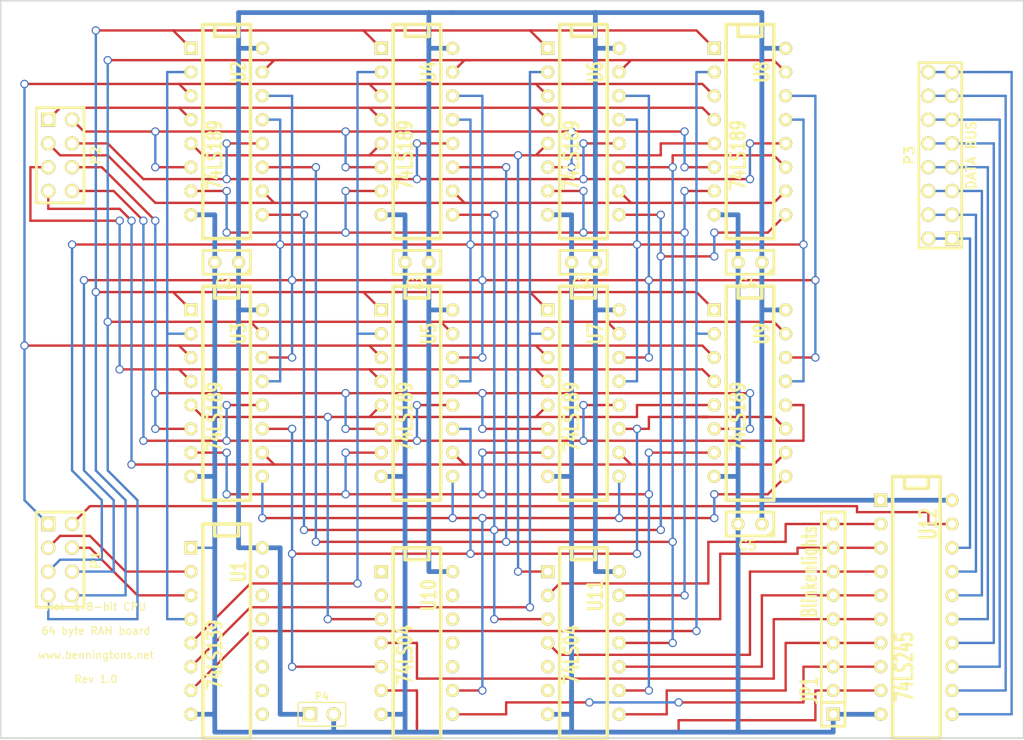
<source format=kicad_pcb>
(kicad_pcb (version 3) (host pcbnew "(22-Jun-2014 BZR 4027)-stable")

  (general
    (links 184)
    (no_connects 0)
    (area 104.064999 63.424999 213.435001 142.684501)
    (thickness 1.6)
    (drawings 9)
    (tracks 655)
    (zones 0)
    (modules 22)
    (nets 47)
  )

  (page A4)
  (title_block 
    (title "Hol-1 8-bit CPU - RAM board")
    (rev 1.0)
    (company www.benningtons.net)
  )

  (layers
    (15 F.Cu signal)
    (0 B.Cu signal)
    (16 B.Adhes user)
    (17 F.Adhes user)
    (18 B.Paste user)
    (19 F.Paste user)
    (20 B.SilkS user)
    (21 F.SilkS user)
    (22 B.Mask user)
    (23 F.Mask user)
    (24 Dwgs.User user)
    (25 Cmts.User user)
    (26 Eco1.User user)
    (27 Eco2.User user)
    (28 Edge.Cuts user)
  )

  (setup
    (last_trace_width 0.508)
    (user_trace_width 0.508)
    (trace_clearance 0.254)
    (zone_clearance 0.508)
    (zone_45_only no)
    (trace_min 0.254)
    (segment_width 0.2)
    (edge_width 0.15)
    (via_size 0.889)
    (via_drill 0.635)
    (via_min_size 0.889)
    (via_min_drill 0.508)
    (uvia_size 0.508)
    (uvia_drill 0.127)
    (uvias_allowed no)
    (uvia_min_size 0.508)
    (uvia_min_drill 0.127)
    (pcb_text_width 0.3)
    (pcb_text_size 1.5 1.5)
    (mod_edge_width 0.15)
    (mod_text_size 1.5 1.5)
    (mod_text_width 0.15)
    (pad_size 1.524 1.524)
    (pad_drill 0.762)
    (pad_to_mask_clearance 0.2)
    (aux_axis_origin 25.4 25.4)
    (visible_elements FFFFFFBF)
    (pcbplotparams
      (layerselection 3178497)
      (usegerberextensions true)
      (excludeedgelayer true)
      (linewidth 0.100000)
      (plotframeref false)
      (viasonmask false)
      (mode 1)
      (useauxorigin false)
      (hpglpennumber 1)
      (hpglpenspeed 20)
      (hpglpendiameter 15)
      (hpglpenoverlay 2)
      (psnegative false)
      (psa4output false)
      (plotreference true)
      (plotvalue true)
      (plotothertext true)
      (plotinvisibletext false)
      (padsonsilk false)
      (subtractmaskfromsilk false)
      (outputformat 1)
      (mirror false)
      (drillshape 1)
      (scaleselection 1)
      (outputdirectory ""))
  )

  (net 0 "")
  (net 1 +5V)
  (net 2 /A0)
  (net 3 /A1)
  (net 4 /A2)
  (net 5 /A3)
  (net 6 /DI1)
  (net 7 /DI2)
  (net 8 /DI3)
  (net 9 /DI4)
  (net 10 /DI5)
  (net 11 /DI6)
  (net 12 /DI7)
  (net 13 /DI8)
  (net 14 /DO1)
  (net 15 /DO2)
  (net 16 /DO3)
  (net 17 /DO4)
  (net 18 /DO5)
  (net 19 /DO6)
  (net 20 /DO7)
  (net 21 /DO8)
  (net 22 /RAM-IN)
  (net 23 /RAM-OUT)
  (net 24 /SEL1)
  (net 25 /SEL2)
  (net 26 /SEL3)
  (net 27 /SEL4)
  (net 28 GND)
  (net 29 N-0000028)
  (net 30 N-0000034)
  (net 31 N-0000037)
  (net 32 N-0000038)
  (net 33 N-0000041)
  (net 34 N-0000042)
  (net 35 N-0000043)
  (net 36 N-0000044)
  (net 37 N-0000046)
  (net 38 N-0000047)
  (net 39 N-0000048)
  (net 40 N-0000049)
  (net 41 N-0000050)
  (net 42 N-0000051)
  (net 43 N-0000052)
  (net 44 N-0000053)
  (net 45 N-0000054)
  (net 46 N-0000055)

  (net_class Default "This is the default net class."
    (clearance 0.254)
    (trace_width 0.254)
    (via_dia 0.889)
    (via_drill 0.635)
    (uvia_dia 0.508)
    (uvia_drill 0.127)
    (add_net "")
    (add_net +5V)
    (add_net /A0)
    (add_net /A1)
    (add_net /A2)
    (add_net /A3)
    (add_net /DI1)
    (add_net /DI2)
    (add_net /DI3)
    (add_net /DI4)
    (add_net /DI5)
    (add_net /DI6)
    (add_net /DI7)
    (add_net /DI8)
    (add_net /DO1)
    (add_net /DO2)
    (add_net /DO3)
    (add_net /DO4)
    (add_net /DO5)
    (add_net /DO6)
    (add_net /DO7)
    (add_net /DO8)
    (add_net /RAM-IN)
    (add_net /RAM-OUT)
    (add_net /SEL1)
    (add_net /SEL2)
    (add_net /SEL3)
    (add_net /SEL4)
    (add_net GND)
    (add_net N-0000028)
    (add_net N-0000034)
    (add_net N-0000037)
    (add_net N-0000038)
    (add_net N-0000041)
    (add_net N-0000042)
    (add_net N-0000043)
    (add_net N-0000044)
    (add_net N-0000046)
    (add_net N-0000047)
    (add_net N-0000048)
    (add_net N-0000049)
    (add_net N-0000050)
    (add_net N-0000051)
    (add_net N-0000052)
    (add_net N-0000053)
    (add_net N-0000054)
    (add_net N-0000055)
  )

  (module SIL-9   placed (layer F.Cu) (tedit 200000) (tstamp 5C701F60)
    (at 193.04 129.54 90)
    (descr "Connecteur 9 pins")
    (tags "CONN DEV")
    (path /5C608CCD)
    (fp_text reference JP1 (at -7.62 -2.54 90) (layer F.SilkS)
      (effects (font (size 1.72974 1.08712) (thickness 0.3048)))
    )
    (fp_text value Blinkenlights (at 5.08 -2.54 90) (layer F.SilkS)
      (effects (font (size 1.524 1.016) (thickness 0.3048)))
    )
    (fp_line (start 11.43 -1.27) (end 11.43 1.27) (layer F.SilkS) (width 0.3048))
    (fp_line (start 11.43 1.27) (end -11.43 1.27) (layer F.SilkS) (width 0.3048))
    (fp_line (start -11.43 1.27) (end -11.43 -1.27) (layer F.SilkS) (width 0.3048))
    (fp_line (start 11.43 -1.27) (end -11.43 -1.27) (layer F.SilkS) (width 0.3048))
    (fp_line (start -8.89 -1.27) (end -8.89 1.27) (layer F.SilkS) (width 0.3048))
    (pad 1 thru_hole rect (at -10.16 0 90) (size 1.397 1.397) (drill 0.8128)
      (layers *.Cu *.Mask F.SilkS)
      (net 28 GND)
    )
    (pad 2 thru_hole circle (at -7.62 0 90) (size 1.397 1.397) (drill 0.8128)
      (layers *.Cu *.Mask F.SilkS)
      (net 32 N-0000038)
    )
    (pad 3 thru_hole circle (at -5.08 0 90) (size 1.397 1.397) (drill 0.8128)
      (layers *.Cu *.Mask F.SilkS)
      (net 31 N-0000037)
    )
    (pad 4 thru_hole circle (at -2.54 0 90) (size 1.397 1.397) (drill 0.8128)
      (layers *.Cu *.Mask F.SilkS)
      (net 30 N-0000034)
    )
    (pad 5 thru_hole circle (at 0 0 90) (size 1.397 1.397) (drill 0.8128)
      (layers *.Cu *.Mask F.SilkS)
      (net 29 N-0000028)
    )
    (pad 6 thru_hole circle (at 2.54 0 90) (size 1.397 1.397) (drill 0.8128)
      (layers *.Cu *.Mask F.SilkS)
      (net 33 N-0000041)
    )
    (pad 7 thru_hole circle (at 5.08 0 90) (size 1.397 1.397) (drill 0.8128)
      (layers *.Cu *.Mask F.SilkS)
      (net 34 N-0000042)
    )
    (pad 8 thru_hole circle (at 7.62 0 90) (size 1.397 1.397) (drill 0.8128)
      (layers *.Cu *.Mask F.SilkS)
      (net 35 N-0000043)
    )
    (pad 9 thru_hole circle (at 10.16 0 90) (size 1.397 1.397) (drill 0.8128)
      (layers *.Cu *.Mask F.SilkS)
      (net 36 N-0000044)
    )
  )

  (module pin_array_8x2   placed (layer F.Cu) (tedit 3FB38B89) (tstamp 5C701F78)
    (at 204.47 80.01 90)
    (descr "Double rangee de contacts 2 x 8 pins")
    (tags CONN)
    (path /5C5A0FB7)
    (fp_text reference P3 (at 0 -3.302 90) (layer F.SilkS)
      (effects (font (size 1.016 1.016) (thickness 0.2032)))
    )
    (fp_text value "DATA BUS" (at 0 3.302 90) (layer F.SilkS)
      (effects (font (size 1.016 1.016) (thickness 0.2032)))
    )
    (fp_line (start -9.906 2.286) (end -9.906 -2.286) (layer F.SilkS) (width 0.3048))
    (fp_line (start -9.906 -2.286) (end 9.906 -2.286) (layer F.SilkS) (width 0.3048))
    (fp_line (start 9.906 -2.286) (end 9.906 2.286) (layer F.SilkS) (width 0.3048))
    (fp_line (start 9.906 2.286) (end -9.906 2.286) (layer F.SilkS) (width 0.3048))
    (pad 1 thru_hole rect (at -8.89 1.27 90) (size 1.524 1.524) (drill 1.016)
      (layers *.Cu *.Mask F.SilkS)
      (net 44 N-0000053)
    )
    (pad 2 thru_hole circle (at -8.89 -1.27 90) (size 1.524 1.524) (drill 1.016)
      (layers *.Cu *.Mask F.SilkS)
      (net 44 N-0000053)
    )
    (pad 3 thru_hole circle (at -6.35 1.27 90) (size 1.524 1.524) (drill 1.016)
      (layers *.Cu *.Mask F.SilkS)
      (net 45 N-0000054)
    )
    (pad 4 thru_hole circle (at -6.35 -1.27 90) (size 1.524 1.524) (drill 1.016)
      (layers *.Cu *.Mask F.SilkS)
      (net 45 N-0000054)
    )
    (pad 5 thru_hole circle (at -3.81 1.27 90) (size 1.524 1.524) (drill 1.016)
      (layers *.Cu *.Mask F.SilkS)
      (net 46 N-0000055)
    )
    (pad 6 thru_hole circle (at -3.81 -1.27 90) (size 1.524 1.524) (drill 1.016)
      (layers *.Cu *.Mask F.SilkS)
      (net 46 N-0000055)
    )
    (pad 7 thru_hole circle (at -1.27 1.27 90) (size 1.524 1.524) (drill 1.016)
      (layers *.Cu *.Mask F.SilkS)
      (net 41 N-0000050)
    )
    (pad 8 thru_hole circle (at -1.27 -1.27 90) (size 1.524 1.524) (drill 1.016)
      (layers *.Cu *.Mask F.SilkS)
      (net 41 N-0000050)
    )
    (pad 9 thru_hole circle (at 1.27 1.27 90) (size 1.524 1.524) (drill 1.016)
      (layers *.Cu *.Mask F.SilkS)
      (net 37 N-0000046)
    )
    (pad 10 thru_hole circle (at 1.27 -1.27 90) (size 1.524 1.524) (drill 1.016)
      (layers *.Cu *.Mask F.SilkS)
      (net 37 N-0000046)
    )
    (pad 11 thru_hole circle (at 3.81 1.27 90) (size 1.524 1.524) (drill 1.016)
      (layers *.Cu *.Mask F.SilkS)
      (net 38 N-0000047)
    )
    (pad 12 thru_hole circle (at 3.81 -1.27 90) (size 1.524 1.524) (drill 1.016)
      (layers *.Cu *.Mask F.SilkS)
      (net 38 N-0000047)
    )
    (pad 13 thru_hole circle (at 6.35 1.27 90) (size 1.524 1.524) (drill 1.016)
      (layers *.Cu *.Mask F.SilkS)
      (net 39 N-0000048)
    )
    (pad 14 thru_hole circle (at 6.35 -1.27 90) (size 1.524 1.524) (drill 1.016)
      (layers *.Cu *.Mask F.SilkS)
      (net 39 N-0000048)
    )
    (pad 15 thru_hole circle (at 8.89 1.27 90) (size 1.524 1.524) (drill 1.016)
      (layers *.Cu *.Mask F.SilkS)
      (net 40 N-0000049)
    )
    (pad 16 thru_hole circle (at 8.89 -1.27 90) (size 1.524 1.524) (drill 1.016)
      (layers *.Cu *.Mask F.SilkS)
      (net 40 N-0000049)
    )
    (model pin_array/pins_array_8x2.wrl
      (at (xyz 0 0 0))
      (scale (xyz 1 1 1))
      (rotate (xyz 0 0 0))
    )
  )

  (module pin_array_4x2   placed (layer F.Cu) (tedit 3FAB90E6) (tstamp 5C701F88)
    (at 110.49 80.01 270)
    (descr "Double rangee de contacts 2 x 4 pins")
    (tags CONN)
    (path /5C5A0CC3)
    (fp_text reference P2 (at 0 -3.81 270) (layer F.SilkS)
      (effects (font (size 1.016 1.016) (thickness 0.2032)))
    )
    (fp_text value "DATA PORT" (at 0 3.81 270) (layer F.SilkS) hide
      (effects (font (size 1.016 1.016) (thickness 0.2032)))
    )
    (fp_line (start -5.08 -2.54) (end 5.08 -2.54) (layer F.SilkS) (width 0.3048))
    (fp_line (start 5.08 -2.54) (end 5.08 2.54) (layer F.SilkS) (width 0.3048))
    (fp_line (start 5.08 2.54) (end -5.08 2.54) (layer F.SilkS) (width 0.3048))
    (fp_line (start -5.08 2.54) (end -5.08 -2.54) (layer F.SilkS) (width 0.3048))
    (pad 1 thru_hole rect (at -3.81 1.27 270) (size 1.524 1.524) (drill 1.016)
      (layers *.Cu *.Mask F.SilkS)
      (net 6 /DI1)
    )
    (pad 2 thru_hole circle (at -3.81 -1.27 270) (size 1.524 1.524) (drill 1.016)
      (layers *.Cu *.Mask F.SilkS)
      (net 7 /DI2)
    )
    (pad 3 thru_hole circle (at -1.27 1.27 270) (size 1.524 1.524) (drill 1.016)
      (layers *.Cu *.Mask F.SilkS)
      (net 8 /DI3)
    )
    (pad 4 thru_hole circle (at -1.27 -1.27 270) (size 1.524 1.524) (drill 1.016)
      (layers *.Cu *.Mask F.SilkS)
      (net 9 /DI4)
    )
    (pad 5 thru_hole circle (at 1.27 1.27 270) (size 1.524 1.524) (drill 1.016)
      (layers *.Cu *.Mask F.SilkS)
      (net 10 /DI5)
    )
    (pad 6 thru_hole circle (at 1.27 -1.27 270) (size 1.524 1.524) (drill 1.016)
      (layers *.Cu *.Mask F.SilkS)
      (net 11 /DI6)
    )
    (pad 7 thru_hole circle (at 3.81 1.27 270) (size 1.524 1.524) (drill 1.016)
      (layers *.Cu *.Mask F.SilkS)
      (net 12 /DI7)
    )
    (pad 8 thru_hole circle (at 3.81 -1.27 270) (size 1.524 1.524) (drill 1.016)
      (layers *.Cu *.Mask F.SilkS)
      (net 13 /DI8)
    )
    (model pin_array/pins_array_4x2.wrl
      (at (xyz 0 0 0))
      (scale (xyz 1 1 1))
      (rotate (xyz 0 0 0))
    )
  )

  (module pin_array_4x2   placed (layer F.Cu) (tedit 3FAB90E6) (tstamp 5C701F98)
    (at 110.49 123.19 270)
    (descr "Double rangee de contacts 2 x 4 pins")
    (tags CONN)
    (path /5C5A0CA2)
    (fp_text reference P1 (at 0 -3.81 270) (layer F.SilkS)
      (effects (font (size 1.016 1.016) (thickness 0.2032)))
    )
    (fp_text value "ADDRESS PORT" (at 0 3.81 270) (layer F.SilkS) hide
      (effects (font (size 1.016 1.016) (thickness 0.2032)))
    )
    (fp_line (start -5.08 -2.54) (end 5.08 -2.54) (layer F.SilkS) (width 0.3048))
    (fp_line (start 5.08 -2.54) (end 5.08 2.54) (layer F.SilkS) (width 0.3048))
    (fp_line (start 5.08 2.54) (end -5.08 2.54) (layer F.SilkS) (width 0.3048))
    (fp_line (start -5.08 2.54) (end -5.08 -2.54) (layer F.SilkS) (width 0.3048))
    (pad 1 thru_hole rect (at -3.81 1.27 270) (size 1.524 1.524) (drill 1.016)
      (layers *.Cu *.Mask F.SilkS)
      (net 22 /RAM-IN)
    )
    (pad 2 thru_hole circle (at -3.81 -1.27 270) (size 1.524 1.524) (drill 1.016)
      (layers *.Cu *.Mask F.SilkS)
      (net 23 /RAM-OUT)
    )
    (pad 3 thru_hole circle (at -1.27 1.27 270) (size 1.524 1.524) (drill 1.016)
      (layers *.Cu *.Mask F.SilkS)
      (net 42 N-0000051)
    )
    (pad 4 thru_hole circle (at -1.27 -1.27 270) (size 1.524 1.524) (drill 1.016)
      (layers *.Cu *.Mask F.SilkS)
      (net 43 N-0000052)
    )
    (pad 5 thru_hole circle (at 1.27 1.27 270) (size 1.524 1.524) (drill 1.016)
      (layers *.Cu *.Mask F.SilkS)
      (net 5 /A3)
    )
    (pad 6 thru_hole circle (at 1.27 -1.27 270) (size 1.524 1.524) (drill 1.016)
      (layers *.Cu *.Mask F.SilkS)
      (net 4 /A2)
    )
    (pad 7 thru_hole circle (at 3.81 1.27 270) (size 1.524 1.524) (drill 1.016)
      (layers *.Cu *.Mask F.SilkS)
      (net 3 /A1)
    )
    (pad 8 thru_hole circle (at 3.81 -1.27 270) (size 1.524 1.524) (drill 1.016)
      (layers *.Cu *.Mask F.SilkS)
      (net 2 /A0)
    )
    (model pin_array/pins_array_4x2.wrl
      (at (xyz 0 0 0))
      (scale (xyz 1 1 1))
      (rotate (xyz 0 0 0))
    )
  )

  (module DIP-20__300   placed (layer F.Cu) (tedit 200000) (tstamp 5C701FB7)
    (at 201.93 128.27 270)
    (descr "20 pins DIL package, round pads")
    (tags DIL)
    (path /5C607B53)
    (fp_text reference U12 (at -8.89 -1.27 270) (layer F.SilkS)
      (effects (font (size 1.778 1.143) (thickness 0.3048)))
    )
    (fp_text value 74LS245 (at 6.35 1.27 270) (layer F.SilkS)
      (effects (font (size 1.778 1.143) (thickness 0.3048)))
    )
    (fp_line (start -13.97 -1.27) (end -12.7 -1.27) (layer F.SilkS) (width 0.381))
    (fp_line (start -12.7 -1.27) (end -12.7 1.27) (layer F.SilkS) (width 0.381))
    (fp_line (start -12.7 1.27) (end -13.97 1.27) (layer F.SilkS) (width 0.381))
    (fp_line (start -13.97 -2.54) (end 13.97 -2.54) (layer F.SilkS) (width 0.381))
    (fp_line (start 13.97 -2.54) (end 13.97 2.54) (layer F.SilkS) (width 0.381))
    (fp_line (start 13.97 2.54) (end -13.97 2.54) (layer F.SilkS) (width 0.381))
    (fp_line (start -13.97 2.54) (end -13.97 -2.54) (layer F.SilkS) (width 0.381))
    (pad 1 thru_hole rect (at -11.43 3.81 270) (size 1.397 1.397) (drill 0.8128)
      (layers *.Cu *.Mask F.SilkS)
      (net 1 +5V)
    )
    (pad 2 thru_hole circle (at -8.89 3.81 270) (size 1.397 1.397) (drill 0.8128)
      (layers *.Cu *.Mask F.SilkS)
      (net 36 N-0000044)
    )
    (pad 3 thru_hole circle (at -6.35 3.81 270) (size 1.397 1.397) (drill 0.8128)
      (layers *.Cu *.Mask F.SilkS)
      (net 35 N-0000043)
    )
    (pad 4 thru_hole circle (at -3.81 3.81 270) (size 1.397 1.397) (drill 0.8128)
      (layers *.Cu *.Mask F.SilkS)
      (net 34 N-0000042)
    )
    (pad 5 thru_hole circle (at -1.27 3.81 270) (size 1.397 1.397) (drill 0.8128)
      (layers *.Cu *.Mask F.SilkS)
      (net 33 N-0000041)
    )
    (pad 6 thru_hole circle (at 1.27 3.81 270) (size 1.397 1.397) (drill 0.8128)
      (layers *.Cu *.Mask F.SilkS)
      (net 29 N-0000028)
    )
    (pad 7 thru_hole circle (at 3.81 3.81 270) (size 1.397 1.397) (drill 0.8128)
      (layers *.Cu *.Mask F.SilkS)
      (net 30 N-0000034)
    )
    (pad 8 thru_hole circle (at 6.35 3.81 270) (size 1.397 1.397) (drill 0.8128)
      (layers *.Cu *.Mask F.SilkS)
      (net 31 N-0000037)
    )
    (pad 9 thru_hole circle (at 8.89 3.81 270) (size 1.397 1.397) (drill 0.8128)
      (layers *.Cu *.Mask F.SilkS)
      (net 32 N-0000038)
    )
    (pad 10 thru_hole circle (at 11.43 3.81 270) (size 1.397 1.397) (drill 0.8128)
      (layers *.Cu *.Mask F.SilkS)
      (net 28 GND)
    )
    (pad 11 thru_hole circle (at 11.43 -3.81 270) (size 1.397 1.397) (drill 0.8128)
      (layers *.Cu *.Mask F.SilkS)
      (net 40 N-0000049)
    )
    (pad 12 thru_hole circle (at 8.89 -3.81 270) (size 1.397 1.397) (drill 0.8128)
      (layers *.Cu *.Mask F.SilkS)
      (net 39 N-0000048)
    )
    (pad 13 thru_hole circle (at 6.35 -3.81 270) (size 1.397 1.397) (drill 0.8128)
      (layers *.Cu *.Mask F.SilkS)
      (net 38 N-0000047)
    )
    (pad 14 thru_hole circle (at 3.81 -3.81 270) (size 1.397 1.397) (drill 0.8128)
      (layers *.Cu *.Mask F.SilkS)
      (net 37 N-0000046)
    )
    (pad 15 thru_hole circle (at 1.27 -3.81 270) (size 1.397 1.397) (drill 0.8128)
      (layers *.Cu *.Mask F.SilkS)
      (net 41 N-0000050)
    )
    (pad 16 thru_hole circle (at -1.27 -3.81 270) (size 1.397 1.397) (drill 0.8128)
      (layers *.Cu *.Mask F.SilkS)
      (net 46 N-0000055)
    )
    (pad 17 thru_hole circle (at -3.81 -3.81 270) (size 1.397 1.397) (drill 0.8128)
      (layers *.Cu *.Mask F.SilkS)
      (net 45 N-0000054)
    )
    (pad 18 thru_hole circle (at -6.35 -3.81 270) (size 1.397 1.397) (drill 0.8128)
      (layers *.Cu *.Mask F.SilkS)
      (net 44 N-0000053)
    )
    (pad 19 thru_hole circle (at -8.89 -3.81 270) (size 1.397 1.397) (drill 0.8128)
      (layers *.Cu *.Mask F.SilkS)
      (net 23 /RAM-OUT)
    )
    (pad 20 thru_hole circle (at -11.43 -3.81 270) (size 1.397 1.397) (drill 0.8128)
      (layers *.Cu *.Mask F.SilkS)
      (net 1 +5V)
    )
    (model dil/dil_20.wrl
      (at (xyz 0 0 0))
      (scale (xyz 1 1 1))
      (rotate (xyz 0 0 0))
    )
  )

  (module DIP-16__300   placed (layer F.Cu) (tedit 200000) (tstamp 5C701FD3)
    (at 184.15 77.47 270)
    (descr "16 pins DIL package, round pads")
    (tags DIL)
    (path /5C605570)
    (fp_text reference U8 (at -6.35 -1.27 270) (layer F.SilkS)
      (effects (font (size 1.524 1.143) (thickness 0.3048)))
    )
    (fp_text value 74LS189 (at 2.54 1.27 270) (layer F.SilkS)
      (effects (font (size 1.524 1.143) (thickness 0.3048)))
    )
    (fp_line (start -11.43 -1.27) (end -11.43 -1.27) (layer F.SilkS) (width 0.381))
    (fp_line (start -11.43 -1.27) (end -10.16 -1.27) (layer F.SilkS) (width 0.381))
    (fp_line (start -10.16 -1.27) (end -10.16 1.27) (layer F.SilkS) (width 0.381))
    (fp_line (start -10.16 1.27) (end -11.43 1.27) (layer F.SilkS) (width 0.381))
    (fp_line (start -11.43 -2.54) (end 11.43 -2.54) (layer F.SilkS) (width 0.381))
    (fp_line (start 11.43 -2.54) (end 11.43 2.54) (layer F.SilkS) (width 0.381))
    (fp_line (start 11.43 2.54) (end -11.43 2.54) (layer F.SilkS) (width 0.381))
    (fp_line (start -11.43 2.54) (end -11.43 -2.54) (layer F.SilkS) (width 0.381))
    (pad 1 thru_hole rect (at -8.89 3.81 270) (size 1.397 1.397) (drill 0.8128)
      (layers *.Cu *.Mask F.SilkS)
      (net 2 /A0)
    )
    (pad 2 thru_hole circle (at -6.35 3.81 270) (size 1.397 1.397) (drill 0.8128)
      (layers *.Cu *.Mask F.SilkS)
      (net 27 /SEL4)
    )
    (pad 3 thru_hole circle (at -3.81 3.81 270) (size 1.397 1.397) (drill 0.8128)
      (layers *.Cu *.Mask F.SilkS)
      (net 22 /RAM-IN)
    )
    (pad 4 thru_hole circle (at -1.27 3.81 270) (size 1.397 1.397) (drill 0.8128)
      (layers *.Cu *.Mask F.SilkS)
      (net 6 /DI1)
    )
    (pad 5 thru_hole circle (at 1.27 3.81 270) (size 1.397 1.397) (drill 0.8128)
      (layers *.Cu *.Mask F.SilkS)
      (net 14 /DO1)
    )
    (pad 6 thru_hole circle (at 3.81 3.81 270) (size 1.397 1.397) (drill 0.8128)
      (layers *.Cu *.Mask F.SilkS)
      (net 7 /DI2)
    )
    (pad 7 thru_hole circle (at 6.35 3.81 270) (size 1.397 1.397) (drill 0.8128)
      (layers *.Cu *.Mask F.SilkS)
      (net 15 /DO2)
    )
    (pad 8 thru_hole circle (at 8.89 3.81 270) (size 1.397 1.397) (drill 0.8128)
      (layers *.Cu *.Mask F.SilkS)
      (net 28 GND)
    )
    (pad 9 thru_hole circle (at 8.89 -3.81 270) (size 1.397 1.397) (drill 0.8128)
      (layers *.Cu *.Mask F.SilkS)
      (net 16 /DO3)
    )
    (pad 10 thru_hole circle (at 6.35 -3.81 270) (size 1.397 1.397) (drill 0.8128)
      (layers *.Cu *.Mask F.SilkS)
      (net 8 /DI3)
    )
    (pad 11 thru_hole circle (at 3.81 -3.81 270) (size 1.397 1.397) (drill 0.8128)
      (layers *.Cu *.Mask F.SilkS)
      (net 17 /DO4)
    )
    (pad 12 thru_hole circle (at 1.27 -3.81 270) (size 1.397 1.397) (drill 0.8128)
      (layers *.Cu *.Mask F.SilkS)
      (net 9 /DI4)
    )
    (pad 13 thru_hole circle (at -1.27 -3.81 270) (size 1.397 1.397) (drill 0.8128)
      (layers *.Cu *.Mask F.SilkS)
      (net 5 /A3)
    )
    (pad 14 thru_hole circle (at -3.81 -3.81 270) (size 1.397 1.397) (drill 0.8128)
      (layers *.Cu *.Mask F.SilkS)
      (net 4 /A2)
    )
    (pad 15 thru_hole circle (at -6.35 -3.81 270) (size 1.397 1.397) (drill 0.8128)
      (layers *.Cu *.Mask F.SilkS)
      (net 3 /A1)
    )
    (pad 16 thru_hole circle (at -8.89 -3.81 270) (size 1.397 1.397) (drill 0.8128)
      (layers *.Cu *.Mask F.SilkS)
      (net 1 +5V)
    )
    (model dil/dil_16.wrl
      (at (xyz 0 0 0))
      (scale (xyz 1 1 1))
      (rotate (xyz 0 0 0))
    )
  )

  (module DIP-16__300   placed (layer F.Cu) (tedit 200000) (tstamp 5C701FEF)
    (at 184.15 105.41 270)
    (descr "16 pins DIL package, round pads")
    (tags DIL)
    (path /5C6055A8)
    (fp_text reference U9 (at -6.35 -1.27 270) (layer F.SilkS)
      (effects (font (size 1.524 1.143) (thickness 0.3048)))
    )
    (fp_text value 74LS189 (at 2.54 1.27 270) (layer F.SilkS)
      (effects (font (size 1.524 1.143) (thickness 0.3048)))
    )
    (fp_line (start -11.43 -1.27) (end -11.43 -1.27) (layer F.SilkS) (width 0.381))
    (fp_line (start -11.43 -1.27) (end -10.16 -1.27) (layer F.SilkS) (width 0.381))
    (fp_line (start -10.16 -1.27) (end -10.16 1.27) (layer F.SilkS) (width 0.381))
    (fp_line (start -10.16 1.27) (end -11.43 1.27) (layer F.SilkS) (width 0.381))
    (fp_line (start -11.43 -2.54) (end 11.43 -2.54) (layer F.SilkS) (width 0.381))
    (fp_line (start 11.43 -2.54) (end 11.43 2.54) (layer F.SilkS) (width 0.381))
    (fp_line (start 11.43 2.54) (end -11.43 2.54) (layer F.SilkS) (width 0.381))
    (fp_line (start -11.43 2.54) (end -11.43 -2.54) (layer F.SilkS) (width 0.381))
    (pad 1 thru_hole rect (at -8.89 3.81 270) (size 1.397 1.397) (drill 0.8128)
      (layers *.Cu *.Mask F.SilkS)
      (net 2 /A0)
    )
    (pad 2 thru_hole circle (at -6.35 3.81 270) (size 1.397 1.397) (drill 0.8128)
      (layers *.Cu *.Mask F.SilkS)
      (net 27 /SEL4)
    )
    (pad 3 thru_hole circle (at -3.81 3.81 270) (size 1.397 1.397) (drill 0.8128)
      (layers *.Cu *.Mask F.SilkS)
      (net 22 /RAM-IN)
    )
    (pad 4 thru_hole circle (at -1.27 3.81 270) (size 1.397 1.397) (drill 0.8128)
      (layers *.Cu *.Mask F.SilkS)
      (net 10 /DI5)
    )
    (pad 5 thru_hole circle (at 1.27 3.81 270) (size 1.397 1.397) (drill 0.8128)
      (layers *.Cu *.Mask F.SilkS)
      (net 18 /DO5)
    )
    (pad 6 thru_hole circle (at 3.81 3.81 270) (size 1.397 1.397) (drill 0.8128)
      (layers *.Cu *.Mask F.SilkS)
      (net 11 /DI6)
    )
    (pad 7 thru_hole circle (at 6.35 3.81 270) (size 1.397 1.397) (drill 0.8128)
      (layers *.Cu *.Mask F.SilkS)
      (net 19 /DO6)
    )
    (pad 8 thru_hole circle (at 8.89 3.81 270) (size 1.397 1.397) (drill 0.8128)
      (layers *.Cu *.Mask F.SilkS)
      (net 28 GND)
    )
    (pad 9 thru_hole circle (at 8.89 -3.81 270) (size 1.397 1.397) (drill 0.8128)
      (layers *.Cu *.Mask F.SilkS)
      (net 20 /DO7)
    )
    (pad 10 thru_hole circle (at 6.35 -3.81 270) (size 1.397 1.397) (drill 0.8128)
      (layers *.Cu *.Mask F.SilkS)
      (net 12 /DI7)
    )
    (pad 11 thru_hole circle (at 3.81 -3.81 270) (size 1.397 1.397) (drill 0.8128)
      (layers *.Cu *.Mask F.SilkS)
      (net 21 /DO8)
    )
    (pad 12 thru_hole circle (at 1.27 -3.81 270) (size 1.397 1.397) (drill 0.8128)
      (layers *.Cu *.Mask F.SilkS)
      (net 13 /DI8)
    )
    (pad 13 thru_hole circle (at -1.27 -3.81 270) (size 1.397 1.397) (drill 0.8128)
      (layers *.Cu *.Mask F.SilkS)
      (net 5 /A3)
    )
    (pad 14 thru_hole circle (at -3.81 -3.81 270) (size 1.397 1.397) (drill 0.8128)
      (layers *.Cu *.Mask F.SilkS)
      (net 4 /A2)
    )
    (pad 15 thru_hole circle (at -6.35 -3.81 270) (size 1.397 1.397) (drill 0.8128)
      (layers *.Cu *.Mask F.SilkS)
      (net 3 /A1)
    )
    (pad 16 thru_hole circle (at -8.89 -3.81 270) (size 1.397 1.397) (drill 0.8128)
      (layers *.Cu *.Mask F.SilkS)
      (net 1 +5V)
    )
    (model dil/dil_16.wrl
      (at (xyz 0 0 0))
      (scale (xyz 1 1 1))
      (rotate (xyz 0 0 0))
    )
  )

  (module DIP-16__300   placed (layer F.Cu) (tedit 200000) (tstamp 5C70200B)
    (at 166.37 105.41 270)
    (descr "16 pins DIL package, round pads")
    (tags DIL)
    (path /5C6054A8)
    (fp_text reference U7 (at -6.35 -1.27 270) (layer F.SilkS)
      (effects (font (size 1.524 1.143) (thickness 0.3048)))
    )
    (fp_text value 74LS189 (at 2.54 1.27 270) (layer F.SilkS)
      (effects (font (size 1.524 1.143) (thickness 0.3048)))
    )
    (fp_line (start -11.43 -1.27) (end -11.43 -1.27) (layer F.SilkS) (width 0.381))
    (fp_line (start -11.43 -1.27) (end -10.16 -1.27) (layer F.SilkS) (width 0.381))
    (fp_line (start -10.16 -1.27) (end -10.16 1.27) (layer F.SilkS) (width 0.381))
    (fp_line (start -10.16 1.27) (end -11.43 1.27) (layer F.SilkS) (width 0.381))
    (fp_line (start -11.43 -2.54) (end 11.43 -2.54) (layer F.SilkS) (width 0.381))
    (fp_line (start 11.43 -2.54) (end 11.43 2.54) (layer F.SilkS) (width 0.381))
    (fp_line (start 11.43 2.54) (end -11.43 2.54) (layer F.SilkS) (width 0.381))
    (fp_line (start -11.43 2.54) (end -11.43 -2.54) (layer F.SilkS) (width 0.381))
    (pad 1 thru_hole rect (at -8.89 3.81 270) (size 1.397 1.397) (drill 0.8128)
      (layers *.Cu *.Mask F.SilkS)
      (net 2 /A0)
    )
    (pad 2 thru_hole circle (at -6.35 3.81 270) (size 1.397 1.397) (drill 0.8128)
      (layers *.Cu *.Mask F.SilkS)
      (net 26 /SEL3)
    )
    (pad 3 thru_hole circle (at -3.81 3.81 270) (size 1.397 1.397) (drill 0.8128)
      (layers *.Cu *.Mask F.SilkS)
      (net 22 /RAM-IN)
    )
    (pad 4 thru_hole circle (at -1.27 3.81 270) (size 1.397 1.397) (drill 0.8128)
      (layers *.Cu *.Mask F.SilkS)
      (net 10 /DI5)
    )
    (pad 5 thru_hole circle (at 1.27 3.81 270) (size 1.397 1.397) (drill 0.8128)
      (layers *.Cu *.Mask F.SilkS)
      (net 18 /DO5)
    )
    (pad 6 thru_hole circle (at 3.81 3.81 270) (size 1.397 1.397) (drill 0.8128)
      (layers *.Cu *.Mask F.SilkS)
      (net 11 /DI6)
    )
    (pad 7 thru_hole circle (at 6.35 3.81 270) (size 1.397 1.397) (drill 0.8128)
      (layers *.Cu *.Mask F.SilkS)
      (net 19 /DO6)
    )
    (pad 8 thru_hole circle (at 8.89 3.81 270) (size 1.397 1.397) (drill 0.8128)
      (layers *.Cu *.Mask F.SilkS)
      (net 28 GND)
    )
    (pad 9 thru_hole circle (at 8.89 -3.81 270) (size 1.397 1.397) (drill 0.8128)
      (layers *.Cu *.Mask F.SilkS)
      (net 20 /DO7)
    )
    (pad 10 thru_hole circle (at 6.35 -3.81 270) (size 1.397 1.397) (drill 0.8128)
      (layers *.Cu *.Mask F.SilkS)
      (net 12 /DI7)
    )
    (pad 11 thru_hole circle (at 3.81 -3.81 270) (size 1.397 1.397) (drill 0.8128)
      (layers *.Cu *.Mask F.SilkS)
      (net 21 /DO8)
    )
    (pad 12 thru_hole circle (at 1.27 -3.81 270) (size 1.397 1.397) (drill 0.8128)
      (layers *.Cu *.Mask F.SilkS)
      (net 13 /DI8)
    )
    (pad 13 thru_hole circle (at -1.27 -3.81 270) (size 1.397 1.397) (drill 0.8128)
      (layers *.Cu *.Mask F.SilkS)
      (net 5 /A3)
    )
    (pad 14 thru_hole circle (at -3.81 -3.81 270) (size 1.397 1.397) (drill 0.8128)
      (layers *.Cu *.Mask F.SilkS)
      (net 4 /A2)
    )
    (pad 15 thru_hole circle (at -6.35 -3.81 270) (size 1.397 1.397) (drill 0.8128)
      (layers *.Cu *.Mask F.SilkS)
      (net 3 /A1)
    )
    (pad 16 thru_hole circle (at -8.89 -3.81 270) (size 1.397 1.397) (drill 0.8128)
      (layers *.Cu *.Mask F.SilkS)
      (net 1 +5V)
    )
    (model dil/dil_16.wrl
      (at (xyz 0 0 0))
      (scale (xyz 1 1 1))
      (rotate (xyz 0 0 0))
    )
  )

  (module DIP-16__300   placed (layer F.Cu) (tedit 200000) (tstamp 5C702027)
    (at 166.37 77.47 270)
    (descr "16 pins DIL package, round pads")
    (tags DIL)
    (path /5C605470)
    (fp_text reference U6 (at -6.35 -1.27 270) (layer F.SilkS)
      (effects (font (size 1.524 1.143) (thickness 0.3048)))
    )
    (fp_text value 74LS189 (at 2.54 1.27 270) (layer F.SilkS)
      (effects (font (size 1.524 1.143) (thickness 0.3048)))
    )
    (fp_line (start -11.43 -1.27) (end -11.43 -1.27) (layer F.SilkS) (width 0.381))
    (fp_line (start -11.43 -1.27) (end -10.16 -1.27) (layer F.SilkS) (width 0.381))
    (fp_line (start -10.16 -1.27) (end -10.16 1.27) (layer F.SilkS) (width 0.381))
    (fp_line (start -10.16 1.27) (end -11.43 1.27) (layer F.SilkS) (width 0.381))
    (fp_line (start -11.43 -2.54) (end 11.43 -2.54) (layer F.SilkS) (width 0.381))
    (fp_line (start 11.43 -2.54) (end 11.43 2.54) (layer F.SilkS) (width 0.381))
    (fp_line (start 11.43 2.54) (end -11.43 2.54) (layer F.SilkS) (width 0.381))
    (fp_line (start -11.43 2.54) (end -11.43 -2.54) (layer F.SilkS) (width 0.381))
    (pad 1 thru_hole rect (at -8.89 3.81 270) (size 1.397 1.397) (drill 0.8128)
      (layers *.Cu *.Mask F.SilkS)
      (net 2 /A0)
    )
    (pad 2 thru_hole circle (at -6.35 3.81 270) (size 1.397 1.397) (drill 0.8128)
      (layers *.Cu *.Mask F.SilkS)
      (net 26 /SEL3)
    )
    (pad 3 thru_hole circle (at -3.81 3.81 270) (size 1.397 1.397) (drill 0.8128)
      (layers *.Cu *.Mask F.SilkS)
      (net 22 /RAM-IN)
    )
    (pad 4 thru_hole circle (at -1.27 3.81 270) (size 1.397 1.397) (drill 0.8128)
      (layers *.Cu *.Mask F.SilkS)
      (net 6 /DI1)
    )
    (pad 5 thru_hole circle (at 1.27 3.81 270) (size 1.397 1.397) (drill 0.8128)
      (layers *.Cu *.Mask F.SilkS)
      (net 14 /DO1)
    )
    (pad 6 thru_hole circle (at 3.81 3.81 270) (size 1.397 1.397) (drill 0.8128)
      (layers *.Cu *.Mask F.SilkS)
      (net 7 /DI2)
    )
    (pad 7 thru_hole circle (at 6.35 3.81 270) (size 1.397 1.397) (drill 0.8128)
      (layers *.Cu *.Mask F.SilkS)
      (net 15 /DO2)
    )
    (pad 8 thru_hole circle (at 8.89 3.81 270) (size 1.397 1.397) (drill 0.8128)
      (layers *.Cu *.Mask F.SilkS)
      (net 28 GND)
    )
    (pad 9 thru_hole circle (at 8.89 -3.81 270) (size 1.397 1.397) (drill 0.8128)
      (layers *.Cu *.Mask F.SilkS)
      (net 16 /DO3)
    )
    (pad 10 thru_hole circle (at 6.35 -3.81 270) (size 1.397 1.397) (drill 0.8128)
      (layers *.Cu *.Mask F.SilkS)
      (net 8 /DI3)
    )
    (pad 11 thru_hole circle (at 3.81 -3.81 270) (size 1.397 1.397) (drill 0.8128)
      (layers *.Cu *.Mask F.SilkS)
      (net 17 /DO4)
    )
    (pad 12 thru_hole circle (at 1.27 -3.81 270) (size 1.397 1.397) (drill 0.8128)
      (layers *.Cu *.Mask F.SilkS)
      (net 9 /DI4)
    )
    (pad 13 thru_hole circle (at -1.27 -3.81 270) (size 1.397 1.397) (drill 0.8128)
      (layers *.Cu *.Mask F.SilkS)
      (net 5 /A3)
    )
    (pad 14 thru_hole circle (at -3.81 -3.81 270) (size 1.397 1.397) (drill 0.8128)
      (layers *.Cu *.Mask F.SilkS)
      (net 4 /A2)
    )
    (pad 15 thru_hole circle (at -6.35 -3.81 270) (size 1.397 1.397) (drill 0.8128)
      (layers *.Cu *.Mask F.SilkS)
      (net 3 /A1)
    )
    (pad 16 thru_hole circle (at -8.89 -3.81 270) (size 1.397 1.397) (drill 0.8128)
      (layers *.Cu *.Mask F.SilkS)
      (net 1 +5V)
    )
    (model dil/dil_16.wrl
      (at (xyz 0 0 0))
      (scale (xyz 1 1 1))
      (rotate (xyz 0 0 0))
    )
  )

  (module DIP-16__300   placed (layer F.Cu) (tedit 200000) (tstamp 5C702043)
    (at 148.59 105.41 270)
    (descr "16 pins DIL package, round pads")
    (tags DIL)
    (path /5C6052C3)
    (fp_text reference U5 (at -6.35 -1.27 270) (layer F.SilkS)
      (effects (font (size 1.524 1.143) (thickness 0.3048)))
    )
    (fp_text value 74LS189 (at 2.54 1.27 270) (layer F.SilkS)
      (effects (font (size 1.524 1.143) (thickness 0.3048)))
    )
    (fp_line (start -11.43 -1.27) (end -11.43 -1.27) (layer F.SilkS) (width 0.381))
    (fp_line (start -11.43 -1.27) (end -10.16 -1.27) (layer F.SilkS) (width 0.381))
    (fp_line (start -10.16 -1.27) (end -10.16 1.27) (layer F.SilkS) (width 0.381))
    (fp_line (start -10.16 1.27) (end -11.43 1.27) (layer F.SilkS) (width 0.381))
    (fp_line (start -11.43 -2.54) (end 11.43 -2.54) (layer F.SilkS) (width 0.381))
    (fp_line (start 11.43 -2.54) (end 11.43 2.54) (layer F.SilkS) (width 0.381))
    (fp_line (start 11.43 2.54) (end -11.43 2.54) (layer F.SilkS) (width 0.381))
    (fp_line (start -11.43 2.54) (end -11.43 -2.54) (layer F.SilkS) (width 0.381))
    (pad 1 thru_hole rect (at -8.89 3.81 270) (size 1.397 1.397) (drill 0.8128)
      (layers *.Cu *.Mask F.SilkS)
      (net 2 /A0)
    )
    (pad 2 thru_hole circle (at -6.35 3.81 270) (size 1.397 1.397) (drill 0.8128)
      (layers *.Cu *.Mask F.SilkS)
      (net 25 /SEL2)
    )
    (pad 3 thru_hole circle (at -3.81 3.81 270) (size 1.397 1.397) (drill 0.8128)
      (layers *.Cu *.Mask F.SilkS)
      (net 22 /RAM-IN)
    )
    (pad 4 thru_hole circle (at -1.27 3.81 270) (size 1.397 1.397) (drill 0.8128)
      (layers *.Cu *.Mask F.SilkS)
      (net 10 /DI5)
    )
    (pad 5 thru_hole circle (at 1.27 3.81 270) (size 1.397 1.397) (drill 0.8128)
      (layers *.Cu *.Mask F.SilkS)
      (net 18 /DO5)
    )
    (pad 6 thru_hole circle (at 3.81 3.81 270) (size 1.397 1.397) (drill 0.8128)
      (layers *.Cu *.Mask F.SilkS)
      (net 11 /DI6)
    )
    (pad 7 thru_hole circle (at 6.35 3.81 270) (size 1.397 1.397) (drill 0.8128)
      (layers *.Cu *.Mask F.SilkS)
      (net 19 /DO6)
    )
    (pad 8 thru_hole circle (at 8.89 3.81 270) (size 1.397 1.397) (drill 0.8128)
      (layers *.Cu *.Mask F.SilkS)
      (net 28 GND)
    )
    (pad 9 thru_hole circle (at 8.89 -3.81 270) (size 1.397 1.397) (drill 0.8128)
      (layers *.Cu *.Mask F.SilkS)
      (net 20 /DO7)
    )
    (pad 10 thru_hole circle (at 6.35 -3.81 270) (size 1.397 1.397) (drill 0.8128)
      (layers *.Cu *.Mask F.SilkS)
      (net 12 /DI7)
    )
    (pad 11 thru_hole circle (at 3.81 -3.81 270) (size 1.397 1.397) (drill 0.8128)
      (layers *.Cu *.Mask F.SilkS)
      (net 21 /DO8)
    )
    (pad 12 thru_hole circle (at 1.27 -3.81 270) (size 1.397 1.397) (drill 0.8128)
      (layers *.Cu *.Mask F.SilkS)
      (net 13 /DI8)
    )
    (pad 13 thru_hole circle (at -1.27 -3.81 270) (size 1.397 1.397) (drill 0.8128)
      (layers *.Cu *.Mask F.SilkS)
      (net 5 /A3)
    )
    (pad 14 thru_hole circle (at -3.81 -3.81 270) (size 1.397 1.397) (drill 0.8128)
      (layers *.Cu *.Mask F.SilkS)
      (net 4 /A2)
    )
    (pad 15 thru_hole circle (at -6.35 -3.81 270) (size 1.397 1.397) (drill 0.8128)
      (layers *.Cu *.Mask F.SilkS)
      (net 3 /A1)
    )
    (pad 16 thru_hole circle (at -8.89 -3.81 270) (size 1.397 1.397) (drill 0.8128)
      (layers *.Cu *.Mask F.SilkS)
      (net 1 +5V)
    )
    (model dil/dil_16.wrl
      (at (xyz 0 0 0))
      (scale (xyz 1 1 1))
      (rotate (xyz 0 0 0))
    )
  )

  (module DIP-16__300   placed (layer F.Cu) (tedit 200000) (tstamp 5C70205F)
    (at 148.59 77.47 270)
    (descr "16 pins DIL package, round pads")
    (tags DIL)
    (path /5C60528B)
    (fp_text reference U4 (at -6.35 -1.27 270) (layer F.SilkS)
      (effects (font (size 1.524 1.143) (thickness 0.3048)))
    )
    (fp_text value 74LS189 (at 2.54 1.27 270) (layer F.SilkS)
      (effects (font (size 1.524 1.143) (thickness 0.3048)))
    )
    (fp_line (start -11.43 -1.27) (end -11.43 -1.27) (layer F.SilkS) (width 0.381))
    (fp_line (start -11.43 -1.27) (end -10.16 -1.27) (layer F.SilkS) (width 0.381))
    (fp_line (start -10.16 -1.27) (end -10.16 1.27) (layer F.SilkS) (width 0.381))
    (fp_line (start -10.16 1.27) (end -11.43 1.27) (layer F.SilkS) (width 0.381))
    (fp_line (start -11.43 -2.54) (end 11.43 -2.54) (layer F.SilkS) (width 0.381))
    (fp_line (start 11.43 -2.54) (end 11.43 2.54) (layer F.SilkS) (width 0.381))
    (fp_line (start 11.43 2.54) (end -11.43 2.54) (layer F.SilkS) (width 0.381))
    (fp_line (start -11.43 2.54) (end -11.43 -2.54) (layer F.SilkS) (width 0.381))
    (pad 1 thru_hole rect (at -8.89 3.81 270) (size 1.397 1.397) (drill 0.8128)
      (layers *.Cu *.Mask F.SilkS)
      (net 2 /A0)
    )
    (pad 2 thru_hole circle (at -6.35 3.81 270) (size 1.397 1.397) (drill 0.8128)
      (layers *.Cu *.Mask F.SilkS)
      (net 25 /SEL2)
    )
    (pad 3 thru_hole circle (at -3.81 3.81 270) (size 1.397 1.397) (drill 0.8128)
      (layers *.Cu *.Mask F.SilkS)
      (net 22 /RAM-IN)
    )
    (pad 4 thru_hole circle (at -1.27 3.81 270) (size 1.397 1.397) (drill 0.8128)
      (layers *.Cu *.Mask F.SilkS)
      (net 6 /DI1)
    )
    (pad 5 thru_hole circle (at 1.27 3.81 270) (size 1.397 1.397) (drill 0.8128)
      (layers *.Cu *.Mask F.SilkS)
      (net 14 /DO1)
    )
    (pad 6 thru_hole circle (at 3.81 3.81 270) (size 1.397 1.397) (drill 0.8128)
      (layers *.Cu *.Mask F.SilkS)
      (net 7 /DI2)
    )
    (pad 7 thru_hole circle (at 6.35 3.81 270) (size 1.397 1.397) (drill 0.8128)
      (layers *.Cu *.Mask F.SilkS)
      (net 15 /DO2)
    )
    (pad 8 thru_hole circle (at 8.89 3.81 270) (size 1.397 1.397) (drill 0.8128)
      (layers *.Cu *.Mask F.SilkS)
      (net 28 GND)
    )
    (pad 9 thru_hole circle (at 8.89 -3.81 270) (size 1.397 1.397) (drill 0.8128)
      (layers *.Cu *.Mask F.SilkS)
      (net 16 /DO3)
    )
    (pad 10 thru_hole circle (at 6.35 -3.81 270) (size 1.397 1.397) (drill 0.8128)
      (layers *.Cu *.Mask F.SilkS)
      (net 8 /DI3)
    )
    (pad 11 thru_hole circle (at 3.81 -3.81 270) (size 1.397 1.397) (drill 0.8128)
      (layers *.Cu *.Mask F.SilkS)
      (net 17 /DO4)
    )
    (pad 12 thru_hole circle (at 1.27 -3.81 270) (size 1.397 1.397) (drill 0.8128)
      (layers *.Cu *.Mask F.SilkS)
      (net 9 /DI4)
    )
    (pad 13 thru_hole circle (at -1.27 -3.81 270) (size 1.397 1.397) (drill 0.8128)
      (layers *.Cu *.Mask F.SilkS)
      (net 5 /A3)
    )
    (pad 14 thru_hole circle (at -3.81 -3.81 270) (size 1.397 1.397) (drill 0.8128)
      (layers *.Cu *.Mask F.SilkS)
      (net 4 /A2)
    )
    (pad 15 thru_hole circle (at -6.35 -3.81 270) (size 1.397 1.397) (drill 0.8128)
      (layers *.Cu *.Mask F.SilkS)
      (net 3 /A1)
    )
    (pad 16 thru_hole circle (at -8.89 -3.81 270) (size 1.397 1.397) (drill 0.8128)
      (layers *.Cu *.Mask F.SilkS)
      (net 1 +5V)
    )
    (model dil/dil_16.wrl
      (at (xyz 0 0 0))
      (scale (xyz 1 1 1))
      (rotate (xyz 0 0 0))
    )
  )

  (module DIP-16__300   placed (layer F.Cu) (tedit 200000) (tstamp 5C70207B)
    (at 128.27 105.41 270)
    (descr "16 pins DIL package, round pads")
    (tags DIL)
    (path /5C604C37)
    (fp_text reference U3 (at -6.35 -1.27 270) (layer F.SilkS)
      (effects (font (size 1.524 1.143) (thickness 0.3048)))
    )
    (fp_text value 74LS189 (at 2.54 1.27 270) (layer F.SilkS)
      (effects (font (size 1.524 1.143) (thickness 0.3048)))
    )
    (fp_line (start -11.43 -1.27) (end -11.43 -1.27) (layer F.SilkS) (width 0.381))
    (fp_line (start -11.43 -1.27) (end -10.16 -1.27) (layer F.SilkS) (width 0.381))
    (fp_line (start -10.16 -1.27) (end -10.16 1.27) (layer F.SilkS) (width 0.381))
    (fp_line (start -10.16 1.27) (end -11.43 1.27) (layer F.SilkS) (width 0.381))
    (fp_line (start -11.43 -2.54) (end 11.43 -2.54) (layer F.SilkS) (width 0.381))
    (fp_line (start 11.43 -2.54) (end 11.43 2.54) (layer F.SilkS) (width 0.381))
    (fp_line (start 11.43 2.54) (end -11.43 2.54) (layer F.SilkS) (width 0.381))
    (fp_line (start -11.43 2.54) (end -11.43 -2.54) (layer F.SilkS) (width 0.381))
    (pad 1 thru_hole rect (at -8.89 3.81 270) (size 1.397 1.397) (drill 0.8128)
      (layers *.Cu *.Mask F.SilkS)
      (net 2 /A0)
    )
    (pad 2 thru_hole circle (at -6.35 3.81 270) (size 1.397 1.397) (drill 0.8128)
      (layers *.Cu *.Mask F.SilkS)
      (net 24 /SEL1)
    )
    (pad 3 thru_hole circle (at -3.81 3.81 270) (size 1.397 1.397) (drill 0.8128)
      (layers *.Cu *.Mask F.SilkS)
      (net 22 /RAM-IN)
    )
    (pad 4 thru_hole circle (at -1.27 3.81 270) (size 1.397 1.397) (drill 0.8128)
      (layers *.Cu *.Mask F.SilkS)
      (net 10 /DI5)
    )
    (pad 5 thru_hole circle (at 1.27 3.81 270) (size 1.397 1.397) (drill 0.8128)
      (layers *.Cu *.Mask F.SilkS)
      (net 18 /DO5)
    )
    (pad 6 thru_hole circle (at 3.81 3.81 270) (size 1.397 1.397) (drill 0.8128)
      (layers *.Cu *.Mask F.SilkS)
      (net 11 /DI6)
    )
    (pad 7 thru_hole circle (at 6.35 3.81 270) (size 1.397 1.397) (drill 0.8128)
      (layers *.Cu *.Mask F.SilkS)
      (net 19 /DO6)
    )
    (pad 8 thru_hole circle (at 8.89 3.81 270) (size 1.397 1.397) (drill 0.8128)
      (layers *.Cu *.Mask F.SilkS)
      (net 28 GND)
    )
    (pad 9 thru_hole circle (at 8.89 -3.81 270) (size 1.397 1.397) (drill 0.8128)
      (layers *.Cu *.Mask F.SilkS)
      (net 20 /DO7)
    )
    (pad 10 thru_hole circle (at 6.35 -3.81 270) (size 1.397 1.397) (drill 0.8128)
      (layers *.Cu *.Mask F.SilkS)
      (net 12 /DI7)
    )
    (pad 11 thru_hole circle (at 3.81 -3.81 270) (size 1.397 1.397) (drill 0.8128)
      (layers *.Cu *.Mask F.SilkS)
      (net 21 /DO8)
    )
    (pad 12 thru_hole circle (at 1.27 -3.81 270) (size 1.397 1.397) (drill 0.8128)
      (layers *.Cu *.Mask F.SilkS)
      (net 13 /DI8)
    )
    (pad 13 thru_hole circle (at -1.27 -3.81 270) (size 1.397 1.397) (drill 0.8128)
      (layers *.Cu *.Mask F.SilkS)
      (net 5 /A3)
    )
    (pad 14 thru_hole circle (at -3.81 -3.81 270) (size 1.397 1.397) (drill 0.8128)
      (layers *.Cu *.Mask F.SilkS)
      (net 4 /A2)
    )
    (pad 15 thru_hole circle (at -6.35 -3.81 270) (size 1.397 1.397) (drill 0.8128)
      (layers *.Cu *.Mask F.SilkS)
      (net 3 /A1)
    )
    (pad 16 thru_hole circle (at -8.89 -3.81 270) (size 1.397 1.397) (drill 0.8128)
      (layers *.Cu *.Mask F.SilkS)
      (net 1 +5V)
    )
    (model dil/dil_16.wrl
      (at (xyz 0 0 0))
      (scale (xyz 1 1 1))
      (rotate (xyz 0 0 0))
    )
  )

  (module DIP-16__300   placed (layer F.Cu) (tedit 200000) (tstamp 5C702097)
    (at 128.27 130.81 270)
    (descr "16 pins DIL package, round pads")
    (tags DIL)
    (path /5C5E0E22)
    (fp_text reference U1 (at -6.35 -1.27 270) (layer F.SilkS)
      (effects (font (size 1.524 1.143) (thickness 0.3048)))
    )
    (fp_text value 74LS139 (at 2.54 1.27 270) (layer F.SilkS)
      (effects (font (size 1.524 1.143) (thickness 0.3048)))
    )
    (fp_line (start -11.43 -1.27) (end -11.43 -1.27) (layer F.SilkS) (width 0.381))
    (fp_line (start -11.43 -1.27) (end -10.16 -1.27) (layer F.SilkS) (width 0.381))
    (fp_line (start -10.16 -1.27) (end -10.16 1.27) (layer F.SilkS) (width 0.381))
    (fp_line (start -10.16 1.27) (end -11.43 1.27) (layer F.SilkS) (width 0.381))
    (fp_line (start -11.43 -2.54) (end 11.43 -2.54) (layer F.SilkS) (width 0.381))
    (fp_line (start 11.43 -2.54) (end 11.43 2.54) (layer F.SilkS) (width 0.381))
    (fp_line (start 11.43 2.54) (end -11.43 2.54) (layer F.SilkS) (width 0.381))
    (fp_line (start -11.43 2.54) (end -11.43 -2.54) (layer F.SilkS) (width 0.381))
    (pad 1 thru_hole rect (at -8.89 3.81 270) (size 1.397 1.397) (drill 0.8128)
      (layers *.Cu *.Mask F.SilkS)
      (net 28 GND)
    )
    (pad 2 thru_hole circle (at -6.35 3.81 270) (size 1.397 1.397) (drill 0.8128)
      (layers *.Cu *.Mask F.SilkS)
      (net 42 N-0000051)
    )
    (pad 3 thru_hole circle (at -3.81 3.81 270) (size 1.397 1.397) (drill 0.8128)
      (layers *.Cu *.Mask F.SilkS)
      (net 43 N-0000052)
    )
    (pad 4 thru_hole circle (at -1.27 3.81 270) (size 1.397 1.397) (drill 0.8128)
      (layers *.Cu *.Mask F.SilkS)
      (net 24 /SEL1)
    )
    (pad 5 thru_hole circle (at 1.27 3.81 270) (size 1.397 1.397) (drill 0.8128)
      (layers *.Cu *.Mask F.SilkS)
      (net 25 /SEL2)
    )
    (pad 6 thru_hole circle (at 3.81 3.81 270) (size 1.397 1.397) (drill 0.8128)
      (layers *.Cu *.Mask F.SilkS)
      (net 26 /SEL3)
    )
    (pad 7 thru_hole circle (at 6.35 3.81 270) (size 1.397 1.397) (drill 0.8128)
      (layers *.Cu *.Mask F.SilkS)
      (net 27 /SEL4)
    )
    (pad 8 thru_hole circle (at 8.89 3.81 270) (size 1.397 1.397) (drill 0.8128)
      (layers *.Cu *.Mask F.SilkS)
      (net 28 GND)
    )
    (pad 9 thru_hole circle (at 8.89 -3.81 270) (size 1.397 1.397) (drill 0.8128)
      (layers *.Cu *.Mask F.SilkS)
    )
    (pad 10 thru_hole circle (at 6.35 -3.81 270) (size 1.397 1.397) (drill 0.8128)
      (layers *.Cu *.Mask F.SilkS)
    )
    (pad 11 thru_hole circle (at 3.81 -3.81 270) (size 1.397 1.397) (drill 0.8128)
      (layers *.Cu *.Mask F.SilkS)
    )
    (pad 12 thru_hole circle (at 1.27 -3.81 270) (size 1.397 1.397) (drill 0.8128)
      (layers *.Cu *.Mask F.SilkS)
    )
    (pad 13 thru_hole circle (at -1.27 -3.81 270) (size 1.397 1.397) (drill 0.8128)
      (layers *.Cu *.Mask F.SilkS)
    )
    (pad 14 thru_hole circle (at -3.81 -3.81 270) (size 1.397 1.397) (drill 0.8128)
      (layers *.Cu *.Mask F.SilkS)
    )
    (pad 15 thru_hole circle (at -6.35 -3.81 270) (size 1.397 1.397) (drill 0.8128)
      (layers *.Cu *.Mask F.SilkS)
    )
    (pad 16 thru_hole circle (at -8.89 -3.81 270) (size 1.397 1.397) (drill 0.8128)
      (layers *.Cu *.Mask F.SilkS)
      (net 1 +5V)
    )
    (model dil/dil_16.wrl
      (at (xyz 0 0 0))
      (scale (xyz 1 1 1))
      (rotate (xyz 0 0 0))
    )
  )

  (module DIP-16__300   placed (layer F.Cu) (tedit 200000) (tstamp 5C71C78E)
    (at 128.27 77.47 270)
    (descr "16 pins DIL package, round pads")
    (tags DIL)
    (path /5C5DF7CE)
    (fp_text reference U2 (at -6.35 -1.27 270) (layer F.SilkS)
      (effects (font (size 1.524 1.143) (thickness 0.3048)))
    )
    (fp_text value 74LS189 (at 2.54 1.27 270) (layer F.SilkS)
      (effects (font (size 1.524 1.143) (thickness 0.3048)))
    )
    (fp_line (start -11.43 -1.27) (end -11.43 -1.27) (layer F.SilkS) (width 0.381))
    (fp_line (start -11.43 -1.27) (end -10.16 -1.27) (layer F.SilkS) (width 0.381))
    (fp_line (start -10.16 -1.27) (end -10.16 1.27) (layer F.SilkS) (width 0.381))
    (fp_line (start -10.16 1.27) (end -11.43 1.27) (layer F.SilkS) (width 0.381))
    (fp_line (start -11.43 -2.54) (end 11.43 -2.54) (layer F.SilkS) (width 0.381))
    (fp_line (start 11.43 -2.54) (end 11.43 2.54) (layer F.SilkS) (width 0.381))
    (fp_line (start 11.43 2.54) (end -11.43 2.54) (layer F.SilkS) (width 0.381))
    (fp_line (start -11.43 2.54) (end -11.43 -2.54) (layer F.SilkS) (width 0.381))
    (pad 1 thru_hole rect (at -8.89 3.81 270) (size 1.397 1.397) (drill 0.8128)
      (layers *.Cu *.Mask F.SilkS)
      (net 2 /A0)
    )
    (pad 2 thru_hole circle (at -6.35 3.81 270) (size 1.397 1.397) (drill 0.8128)
      (layers *.Cu *.Mask F.SilkS)
      (net 24 /SEL1)
    )
    (pad 3 thru_hole circle (at -3.81 3.81 270) (size 1.397 1.397) (drill 0.8128)
      (layers *.Cu *.Mask F.SilkS)
      (net 22 /RAM-IN)
    )
    (pad 4 thru_hole circle (at -1.27 3.81 270) (size 1.397 1.397) (drill 0.8128)
      (layers *.Cu *.Mask F.SilkS)
      (net 6 /DI1)
    )
    (pad 5 thru_hole circle (at 1.27 3.81 270) (size 1.397 1.397) (drill 0.8128)
      (layers *.Cu *.Mask F.SilkS)
      (net 14 /DO1)
    )
    (pad 6 thru_hole circle (at 3.81 3.81 270) (size 1.397 1.397) (drill 0.8128)
      (layers *.Cu *.Mask F.SilkS)
      (net 7 /DI2)
    )
    (pad 7 thru_hole circle (at 6.35 3.81 270) (size 1.397 1.397) (drill 0.8128)
      (layers *.Cu *.Mask F.SilkS)
      (net 15 /DO2)
    )
    (pad 8 thru_hole circle (at 8.89 3.81 270) (size 1.397 1.397) (drill 0.8128)
      (layers *.Cu *.Mask F.SilkS)
      (net 28 GND)
    )
    (pad 9 thru_hole circle (at 8.89 -3.81 270) (size 1.397 1.397) (drill 0.8128)
      (layers *.Cu *.Mask F.SilkS)
      (net 16 /DO3)
    )
    (pad 10 thru_hole circle (at 6.35 -3.81 270) (size 1.397 1.397) (drill 0.8128)
      (layers *.Cu *.Mask F.SilkS)
      (net 8 /DI3)
    )
    (pad 11 thru_hole circle (at 3.81 -3.81 270) (size 1.397 1.397) (drill 0.8128)
      (layers *.Cu *.Mask F.SilkS)
      (net 17 /DO4)
    )
    (pad 12 thru_hole circle (at 1.27 -3.81 270) (size 1.397 1.397) (drill 0.8128)
      (layers *.Cu *.Mask F.SilkS)
      (net 9 /DI4)
    )
    (pad 13 thru_hole circle (at -1.27 -3.81 270) (size 1.397 1.397) (drill 0.8128)
      (layers *.Cu *.Mask F.SilkS)
      (net 5 /A3)
    )
    (pad 14 thru_hole circle (at -3.81 -3.81 270) (size 1.397 1.397) (drill 0.8128)
      (layers *.Cu *.Mask F.SilkS)
      (net 4 /A2)
    )
    (pad 15 thru_hole circle (at -6.35 -3.81 270) (size 1.397 1.397) (drill 0.8128)
      (layers *.Cu *.Mask F.SilkS)
      (net 3 /A1)
    )
    (pad 16 thru_hole circle (at -8.89 -3.81 270) (size 1.397 1.397) (drill 0.8128)
      (layers *.Cu *.Mask F.SilkS)
      (net 1 +5V)
    )
    (model dil/dil_16.wrl
      (at (xyz 0 0 0))
      (scale (xyz 1 1 1))
      (rotate (xyz 0 0 0))
    )
  )

  (module DIP-14__300   placed (layer F.Cu) (tedit 200000) (tstamp 5C7020CC)
    (at 148.59 132.08 270)
    (descr "14 pins DIL package, round pads")
    (tags DIL)
    (path /5C605EB6)
    (fp_text reference U10 (at -5.08 -1.27 270) (layer F.SilkS)
      (effects (font (size 1.524 1.143) (thickness 0.3048)))
    )
    (fp_text value 74LS04 (at 1.27 1.27 270) (layer F.SilkS)
      (effects (font (size 1.524 1.143) (thickness 0.3048)))
    )
    (fp_line (start -10.16 -2.54) (end 10.16 -2.54) (layer F.SilkS) (width 0.381))
    (fp_line (start 10.16 2.54) (end -10.16 2.54) (layer F.SilkS) (width 0.381))
    (fp_line (start -10.16 2.54) (end -10.16 -2.54) (layer F.SilkS) (width 0.381))
    (fp_line (start -10.16 -1.27) (end -8.89 -1.27) (layer F.SilkS) (width 0.381))
    (fp_line (start -8.89 -1.27) (end -8.89 1.27) (layer F.SilkS) (width 0.381))
    (fp_line (start -8.89 1.27) (end -10.16 1.27) (layer F.SilkS) (width 0.381))
    (fp_line (start 10.16 -2.54) (end 10.16 2.54) (layer F.SilkS) (width 0.381))
    (pad 1 thru_hole rect (at -7.62 3.81 270) (size 1.397 1.397) (drill 0.8128)
      (layers *.Cu *.Mask F.SilkS)
    )
    (pad 2 thru_hole circle (at -5.08 3.81 270) (size 1.397 1.397) (drill 0.8128)
      (layers *.Cu *.Mask F.SilkS)
    )
    (pad 3 thru_hole circle (at -2.54 3.81 270) (size 1.397 1.397) (drill 0.8128)
      (layers *.Cu *.Mask F.SilkS)
      (net 18 /DO5)
    )
    (pad 4 thru_hole circle (at 0 3.81 270) (size 1.397 1.397) (drill 0.8128)
      (layers *.Cu *.Mask F.SilkS)
      (net 29 N-0000028)
    )
    (pad 5 thru_hole circle (at 2.54 3.81 270) (size 1.397 1.397) (drill 0.8128)
      (layers *.Cu *.Mask F.SilkS)
      (net 21 /DO8)
    )
    (pad 6 thru_hole circle (at 5.08 3.81 270) (size 1.397 1.397) (drill 0.8128)
      (layers *.Cu *.Mask F.SilkS)
      (net 32 N-0000038)
    )
    (pad 7 thru_hole circle (at 7.62 3.81 270) (size 1.397 1.397) (drill 0.8128)
      (layers *.Cu *.Mask F.SilkS)
      (net 28 GND)
    )
    (pad 8 thru_hole circle (at 7.62 -3.81 270) (size 1.397 1.397) (drill 0.8128)
      (layers *.Cu *.Mask F.SilkS)
      (net 31 N-0000037)
    )
    (pad 9 thru_hole circle (at 5.08 -3.81 270) (size 1.397 1.397) (drill 0.8128)
      (layers *.Cu *.Mask F.SilkS)
      (net 20 /DO7)
    )
    (pad 10 thru_hole circle (at 2.54 -3.81 270) (size 1.397 1.397) (drill 0.8128)
      (layers *.Cu *.Mask F.SilkS)
    )
    (pad 11 thru_hole circle (at 0 -3.81 270) (size 1.397 1.397) (drill 0.8128)
      (layers *.Cu *.Mask F.SilkS)
    )
    (pad 12 thru_hole circle (at -2.54 -3.81 270) (size 1.397 1.397) (drill 0.8128)
      (layers *.Cu *.Mask F.SilkS)
    )
    (pad 13 thru_hole circle (at -5.08 -3.81 270) (size 1.397 1.397) (drill 0.8128)
      (layers *.Cu *.Mask F.SilkS)
    )
    (pad 14 thru_hole circle (at -7.62 -3.81 270) (size 1.397 1.397) (drill 0.8128)
      (layers *.Cu *.Mask F.SilkS)
      (net 1 +5V)
    )
    (model dil/dil_14.wrl
      (at (xyz 0 0 0))
      (scale (xyz 1 1 1))
      (rotate (xyz 0 0 0))
    )
  )

  (module DIP-14__300   placed (layer F.Cu) (tedit 200000) (tstamp 5C7020E5)
    (at 166.37 132.08 270)
    (descr "14 pins DIL package, round pads")
    (tags DIL)
    (path /5C605E70)
    (fp_text reference U11 (at -5.08 -1.27 270) (layer F.SilkS)
      (effects (font (size 1.524 1.143) (thickness 0.3048)))
    )
    (fp_text value 74LS04 (at 1.27 1.27 270) (layer F.SilkS)
      (effects (font (size 1.524 1.143) (thickness 0.3048)))
    )
    (fp_line (start -10.16 -2.54) (end 10.16 -2.54) (layer F.SilkS) (width 0.381))
    (fp_line (start 10.16 2.54) (end -10.16 2.54) (layer F.SilkS) (width 0.381))
    (fp_line (start -10.16 2.54) (end -10.16 -2.54) (layer F.SilkS) (width 0.381))
    (fp_line (start -10.16 -1.27) (end -8.89 -1.27) (layer F.SilkS) (width 0.381))
    (fp_line (start -8.89 -1.27) (end -8.89 1.27) (layer F.SilkS) (width 0.381))
    (fp_line (start -8.89 1.27) (end -10.16 1.27) (layer F.SilkS) (width 0.381))
    (fp_line (start 10.16 -2.54) (end 10.16 2.54) (layer F.SilkS) (width 0.381))
    (pad 1 thru_hole rect (at -7.62 3.81 270) (size 1.397 1.397) (drill 0.8128)
      (layers *.Cu *.Mask F.SilkS)
      (net 14 /DO1)
    )
    (pad 2 thru_hole circle (at -5.08 3.81 270) (size 1.397 1.397) (drill 0.8128)
      (layers *.Cu *.Mask F.SilkS)
      (net 36 N-0000044)
    )
    (pad 3 thru_hole circle (at -2.54 3.81 270) (size 1.397 1.397) (drill 0.8128)
      (layers *.Cu *.Mask F.SilkS)
      (net 16 /DO3)
    )
    (pad 4 thru_hole circle (at 0 3.81 270) (size 1.397 1.397) (drill 0.8128)
      (layers *.Cu *.Mask F.SilkS)
      (net 34 N-0000042)
    )
    (pad 5 thru_hole circle (at 2.54 3.81 270) (size 1.397 1.397) (drill 0.8128)
      (layers *.Cu *.Mask F.SilkS)
    )
    (pad 6 thru_hole circle (at 5.08 3.81 270) (size 1.397 1.397) (drill 0.8128)
      (layers *.Cu *.Mask F.SilkS)
    )
    (pad 7 thru_hole circle (at 7.62 3.81 270) (size 1.397 1.397) (drill 0.8128)
      (layers *.Cu *.Mask F.SilkS)
      (net 28 GND)
    )
    (pad 8 thru_hole circle (at 7.62 -3.81 270) (size 1.397 1.397) (drill 0.8128)
      (layers *.Cu *.Mask F.SilkS)
      (net 30 N-0000034)
    )
    (pad 9 thru_hole circle (at 5.08 -3.81 270) (size 1.397 1.397) (drill 0.8128)
      (layers *.Cu *.Mask F.SilkS)
      (net 19 /DO6)
    )
    (pad 10 thru_hole circle (at 2.54 -3.81 270) (size 1.397 1.397) (drill 0.8128)
      (layers *.Cu *.Mask F.SilkS)
      (net 33 N-0000041)
    )
    (pad 11 thru_hole circle (at 0 -3.81 270) (size 1.397 1.397) (drill 0.8128)
      (layers *.Cu *.Mask F.SilkS)
      (net 17 /DO4)
    )
    (pad 12 thru_hole circle (at -2.54 -3.81 270) (size 1.397 1.397) (drill 0.8128)
      (layers *.Cu *.Mask F.SilkS)
      (net 35 N-0000043)
    )
    (pad 13 thru_hole circle (at -5.08 -3.81 270) (size 1.397 1.397) (drill 0.8128)
      (layers *.Cu *.Mask F.SilkS)
      (net 15 /DO2)
    )
    (pad 14 thru_hole circle (at -7.62 -3.81 270) (size 1.397 1.397) (drill 0.8128)
      (layers *.Cu *.Mask F.SilkS)
      (net 1 +5V)
    )
    (model dil/dil_14.wrl
      (at (xyz 0 0 0))
      (scale (xyz 1 1 1))
      (rotate (xyz 0 0 0))
    )
  )

  (module C1   placed (layer F.Cu) (tedit 3F92C496) (tstamp 5C7020F0)
    (at 128.27 91.44 180)
    (descr "Condensateur e = 1 pas")
    (tags C)
    (path /5C60D0BB)
    (fp_text reference C1 (at 0.254 -2.286 180) (layer F.SilkS)
      (effects (font (size 1.016 1.016) (thickness 0.2032)))
    )
    (fp_text value 100nF (at 0 -2.286 180) (layer F.SilkS) hide
      (effects (font (size 1.016 1.016) (thickness 0.2032)))
    )
    (fp_line (start -2.4892 -1.27) (end 2.54 -1.27) (layer F.SilkS) (width 0.3048))
    (fp_line (start 2.54 -1.27) (end 2.54 1.27) (layer F.SilkS) (width 0.3048))
    (fp_line (start 2.54 1.27) (end -2.54 1.27) (layer F.SilkS) (width 0.3048))
    (fp_line (start -2.54 1.27) (end -2.54 -1.27) (layer F.SilkS) (width 0.3048))
    (fp_line (start -2.54 -0.635) (end -1.905 -1.27) (layer F.SilkS) (width 0.3048))
    (pad 1 thru_hole circle (at -1.27 0 180) (size 1.397 1.397) (drill 0.8128)
      (layers *.Cu *.Mask F.SilkS)
      (net 1 +5V)
    )
    (pad 2 thru_hole circle (at 1.27 0 180) (size 1.397 1.397) (drill 0.8128)
      (layers *.Cu *.Mask F.SilkS)
      (net 28 GND)
    )
    (model discret/capa_1_pas.wrl
      (at (xyz 0 0 0))
      (scale (xyz 1 1 1))
      (rotate (xyz 0 0 0))
    )
  )

  (module C1   placed (layer F.Cu) (tedit 3F92C496) (tstamp 5C7020FB)
    (at 148.59 91.44 180)
    (descr "Condensateur e = 1 pas")
    (tags C)
    (path /5C60D0D2)
    (fp_text reference C2 (at 0.254 -2.286 180) (layer F.SilkS)
      (effects (font (size 1.016 1.016) (thickness 0.2032)))
    )
    (fp_text value 100nF (at 0 -2.286 180) (layer F.SilkS) hide
      (effects (font (size 1.016 1.016) (thickness 0.2032)))
    )
    (fp_line (start -2.4892 -1.27) (end 2.54 -1.27) (layer F.SilkS) (width 0.3048))
    (fp_line (start 2.54 -1.27) (end 2.54 1.27) (layer F.SilkS) (width 0.3048))
    (fp_line (start 2.54 1.27) (end -2.54 1.27) (layer F.SilkS) (width 0.3048))
    (fp_line (start -2.54 1.27) (end -2.54 -1.27) (layer F.SilkS) (width 0.3048))
    (fp_line (start -2.54 -0.635) (end -1.905 -1.27) (layer F.SilkS) (width 0.3048))
    (pad 1 thru_hole circle (at -1.27 0 180) (size 1.397 1.397) (drill 0.8128)
      (layers *.Cu *.Mask F.SilkS)
      (net 1 +5V)
    )
    (pad 2 thru_hole circle (at 1.27 0 180) (size 1.397 1.397) (drill 0.8128)
      (layers *.Cu *.Mask F.SilkS)
      (net 28 GND)
    )
    (model discret/capa_1_pas.wrl
      (at (xyz 0 0 0))
      (scale (xyz 1 1 1))
      (rotate (xyz 0 0 0))
    )
  )

  (module C1   placed (layer F.Cu) (tedit 3F92C496) (tstamp 5C702106)
    (at 166.37 91.44 180)
    (descr "Condensateur e = 1 pas")
    (tags C)
    (path /5C60D0D8)
    (fp_text reference C3 (at 0.254 -2.286 180) (layer F.SilkS)
      (effects (font (size 1.016 1.016) (thickness 0.2032)))
    )
    (fp_text value 100nF (at 0 -2.286 180) (layer F.SilkS) hide
      (effects (font (size 1.016 1.016) (thickness 0.2032)))
    )
    (fp_line (start -2.4892 -1.27) (end 2.54 -1.27) (layer F.SilkS) (width 0.3048))
    (fp_line (start 2.54 -1.27) (end 2.54 1.27) (layer F.SilkS) (width 0.3048))
    (fp_line (start 2.54 1.27) (end -2.54 1.27) (layer F.SilkS) (width 0.3048))
    (fp_line (start -2.54 1.27) (end -2.54 -1.27) (layer F.SilkS) (width 0.3048))
    (fp_line (start -2.54 -0.635) (end -1.905 -1.27) (layer F.SilkS) (width 0.3048))
    (pad 1 thru_hole circle (at -1.27 0 180) (size 1.397 1.397) (drill 0.8128)
      (layers *.Cu *.Mask F.SilkS)
      (net 1 +5V)
    )
    (pad 2 thru_hole circle (at 1.27 0 180) (size 1.397 1.397) (drill 0.8128)
      (layers *.Cu *.Mask F.SilkS)
      (net 28 GND)
    )
    (model discret/capa_1_pas.wrl
      (at (xyz 0 0 0))
      (scale (xyz 1 1 1))
      (rotate (xyz 0 0 0))
    )
  )

  (module C1   placed (layer F.Cu) (tedit 3F92C496) (tstamp 5C702111)
    (at 184.15 91.44 180)
    (descr "Condensateur e = 1 pas")
    (tags C)
    (path /5C60D0DE)
    (fp_text reference C4 (at 0.254 -2.286 180) (layer F.SilkS)
      (effects (font (size 1.016 1.016) (thickness 0.2032)))
    )
    (fp_text value 100nF (at 0 -2.286 180) (layer F.SilkS) hide
      (effects (font (size 1.016 1.016) (thickness 0.2032)))
    )
    (fp_line (start -2.4892 -1.27) (end 2.54 -1.27) (layer F.SilkS) (width 0.3048))
    (fp_line (start 2.54 -1.27) (end 2.54 1.27) (layer F.SilkS) (width 0.3048))
    (fp_line (start 2.54 1.27) (end -2.54 1.27) (layer F.SilkS) (width 0.3048))
    (fp_line (start -2.54 1.27) (end -2.54 -1.27) (layer F.SilkS) (width 0.3048))
    (fp_line (start -2.54 -0.635) (end -1.905 -1.27) (layer F.SilkS) (width 0.3048))
    (pad 1 thru_hole circle (at -1.27 0 180) (size 1.397 1.397) (drill 0.8128)
      (layers *.Cu *.Mask F.SilkS)
      (net 1 +5V)
    )
    (pad 2 thru_hole circle (at 1.27 0 180) (size 1.397 1.397) (drill 0.8128)
      (layers *.Cu *.Mask F.SilkS)
      (net 28 GND)
    )
    (model discret/capa_1_pas.wrl
      (at (xyz 0 0 0))
      (scale (xyz 1 1 1))
      (rotate (xyz 0 0 0))
    )
  )

  (module C1   placed (layer F.Cu) (tedit 3F92C496) (tstamp 5C70211C)
    (at 184.15 119.38 180)
    (descr "Condensateur e = 1 pas")
    (tags C)
    (path /5C60D0E4)
    (fp_text reference C5 (at 0.254 -2.286 180) (layer F.SilkS)
      (effects (font (size 1.016 1.016) (thickness 0.2032)))
    )
    (fp_text value 100nF (at 0 -2.286 180) (layer F.SilkS) hide
      (effects (font (size 1.016 1.016) (thickness 0.2032)))
    )
    (fp_line (start -2.4892 -1.27) (end 2.54 -1.27) (layer F.SilkS) (width 0.3048))
    (fp_line (start 2.54 -1.27) (end 2.54 1.27) (layer F.SilkS) (width 0.3048))
    (fp_line (start 2.54 1.27) (end -2.54 1.27) (layer F.SilkS) (width 0.3048))
    (fp_line (start -2.54 1.27) (end -2.54 -1.27) (layer F.SilkS) (width 0.3048))
    (fp_line (start -2.54 -0.635) (end -1.905 -1.27) (layer F.SilkS) (width 0.3048))
    (pad 1 thru_hole circle (at -1.27 0 180) (size 1.397 1.397) (drill 0.8128)
      (layers *.Cu *.Mask F.SilkS)
      (net 1 +5V)
    )
    (pad 2 thru_hole circle (at 1.27 0 180) (size 1.397 1.397) (drill 0.8128)
      (layers *.Cu *.Mask F.SilkS)
      (net 28 GND)
    )
    (model discret/capa_1_pas.wrl
      (at (xyz 0 0 0))
      (scale (xyz 1 1 1))
      (rotate (xyz 0 0 0))
    )
  )

  (module PIN_ARRAY_2X1 (layer F.Cu) (tedit 4565C520) (tstamp 5C71F58D)
    (at 138.43 139.7)
    (descr "Connecteurs 2 pins")
    (tags "CONN DEV")
    (path /5C71F9E9)
    (fp_text reference P4 (at 0 -1.905) (layer F.SilkS)
      (effects (font (size 0.762 0.762) (thickness 0.1524)))
    )
    (fp_text value Power (at 0 -1.905) (layer F.SilkS) hide
      (effects (font (size 0.762 0.762) (thickness 0.1524)))
    )
    (fp_line (start -2.54 1.27) (end -2.54 -1.27) (layer F.SilkS) (width 0.1524))
    (fp_line (start -2.54 -1.27) (end 2.54 -1.27) (layer F.SilkS) (width 0.1524))
    (fp_line (start 2.54 -1.27) (end 2.54 1.27) (layer F.SilkS) (width 0.1524))
    (fp_line (start 2.54 1.27) (end -2.54 1.27) (layer F.SilkS) (width 0.1524))
    (pad 1 thru_hole rect (at -1.27 0) (size 1.524 1.524) (drill 1.016)
      (layers *.Cu *.Mask F.SilkS)
      (net 1 +5V)
    )
    (pad 2 thru_hole circle (at 1.27 0) (size 1.524 1.524) (drill 1.016)
      (layers *.Cu *.Mask F.SilkS)
      (net 28 GND)
    )
    (model pin_array/pins_array_2x1.wrl
      (at (xyz 0 0 0))
      (scale (xyz 1 1 1))
      (rotate (xyz 0 0 0))
    )
  )

  (gr_line (start 104.14 139.7) (end 104.14 142.24) (angle 90) (layer Edge.Cuts) (width 0.15))
  (gr_line (start 213.36 139.7) (end 213.36 142.24) (angle 90) (layer Edge.Cuts) (width 0.15))
  (gr_line (start 106.68 142.24) (end 104.14 142.24) (angle 90) (layer Edge.Cuts) (width 0.15))
  (gr_text "Hol-1 8-bit CPU\n\n64 byte RAM board\n\nwww.benningtons.net\n\nRev 1.0" (at 114.3 132.08) (layer F.SilkS)
    (effects (font (size 0.8 0.8) (thickness 0.125)))
  )
  (gr_line (start 210.82 63.5) (end 213.36 63.5) (angle 90) (layer Edge.Cuts) (width 0.15))
  (gr_line (start 106.68 142.24) (end 213.36 142.24) (angle 90) (layer Edge.Cuts) (width 0.15))
  (gr_line (start 213.36 63.5) (end 213.36 139.7) (angle 90) (layer Edge.Cuts) (width 0.15))
  (gr_line (start 104.14 63.5) (end 210.82 63.5) (angle 90) (layer Edge.Cuts) (width 0.15))
  (gr_line (start 104.14 63.5) (end 104.14 139.7) (angle 90) (layer Edge.Cuts) (width 0.15))

  (segment (start 185.42 116.84) (end 198.12 116.84) (width 0.508) (layer B.Cu) (net 1))
  (segment (start 137.16 139.7) (end 133.985 139.7) (width 0.508) (layer B.Cu) (net 1))
  (segment (start 133.985 139.7) (end 133.985 121.92) (width 0.508) (layer B.Cu) (net 1) (tstamp 5C72CF0A))
  (segment (start 133.985 121.92) (end 132.08 121.92) (width 0.508) (layer B.Cu) (net 1) (tstamp 5C72A63E))
  (segment (start 167.64 68.58) (end 167.64 64.77) (width 0.508) (layer B.Cu) (net 1))
  (segment (start 185.42 64.77) (end 167.64 64.77) (width 0.508) (layer B.Cu) (net 1))
  (segment (start 185.42 68.58) (end 185.42 64.77) (width 0.508) (layer B.Cu) (net 1) (tstamp 5C71FA25))
  (segment (start 167.64 64.77) (end 152.4 64.77) (width 0.508) (layer B.Cu) (net 1) (tstamp 5C72AA57))
  (segment (start 152.4 64.77) (end 149.86 64.77) (width 0.508) (layer B.Cu) (net 1) (tstamp 5C72AA27))
  (segment (start 149.86 68.58) (end 149.86 64.77) (width 0.508) (layer B.Cu) (net 1))
  (segment (start 132.08 68.58) (end 129.54 68.58) (width 0.508) (layer B.Cu) (net 1))
  (segment (start 129.54 68.58) (end 129.54 67.31) (width 0.508) (layer B.Cu) (net 1))
  (segment (start 129.54 64.77) (end 149.86 64.77) (width 0.508) (layer B.Cu) (net 1) (tstamp 5C72A982))
  (segment (start 129.54 67.31) (end 129.54 64.77) (width 0.508) (layer B.Cu) (net 1) (tstamp 5C72A9A5))
  (segment (start 198.12 116.84) (end 205.74 116.84) (width 0.508) (layer B.Cu) (net 1) (tstamp 5C71FAAA) (status 30))
  (segment (start 185.42 119.38) (end 185.42 116.84) (width 0.508) (layer B.Cu) (net 1))
  (segment (start 185.42 116.84) (end 185.42 96.52) (width 0.508) (layer B.Cu) (net 1) (tstamp 5C7C78B0))
  (segment (start 170.18 124.46) (end 167.64 124.46) (width 0.508) (layer B.Cu) (net 1) (status 10))
  (segment (start 167.64 124.46) (end 167.64 96.52) (width 0.508) (layer B.Cu) (net 1) (tstamp 5C71FA41))
  (segment (start 187.96 96.52) (end 185.42 96.52) (width 0.508) (layer B.Cu) (net 1))
  (segment (start 185.42 96.52) (end 185.42 91.44) (width 0.508) (layer B.Cu) (net 1) (tstamp 5C71FA39))
  (segment (start 170.18 96.52) (end 167.64 96.52) (width 0.508) (layer B.Cu) (net 1))
  (segment (start 167.64 96.52) (end 167.64 91.44) (width 0.508) (layer B.Cu) (net 1) (tstamp 5C71FA35))
  (segment (start 185.42 91.44) (end 185.42 68.58) (width 0.508) (layer B.Cu) (net 1))
  (segment (start 167.64 91.44) (end 167.64 68.58) (width 0.508) (layer B.Cu) (net 1))
  (segment (start 187.96 68.58) (end 185.42 68.58) (width 0.508) (layer B.Cu) (net 1))
  (segment (start 170.18 68.58) (end 167.64 68.58) (width 0.508) (layer B.Cu) (net 1))
  (segment (start 132.08 121.92) (end 129.54 121.92) (width 0.508) (layer B.Cu) (net 1))
  (segment (start 129.54 121.92) (end 129.54 96.52) (width 0.508) (layer B.Cu) (net 1) (tstamp 5C71FA14))
  (segment (start 129.54 91.44) (end 129.54 96.52) (width 0.508) (layer B.Cu) (net 1))
  (segment (start 129.54 96.52) (end 132.08 96.52) (width 0.508) (layer B.Cu) (net 1) (tstamp 5C71F9D0))
  (segment (start 129.54 91.44) (end 129.54 68.58) (width 0.508) (layer B.Cu) (net 1))
  (segment (start 152.4 68.58) (end 149.86 68.58) (width 0.508) (layer B.Cu) (net 1))
  (segment (start 149.86 68.58) (end 149.86 91.44) (width 0.508) (layer B.Cu) (net 1) (tstamp 5C71F93F))
  (segment (start 149.86 91.44) (end 149.86 96.52) (width 0.508) (layer B.Cu) (net 1) (tstamp 5C71F940))
  (segment (start 152.4 96.52) (end 149.86 96.52) (width 0.508) (layer B.Cu) (net 1))
  (segment (start 149.86 96.52) (end 149.86 124.46) (width 0.508) (layer B.Cu) (net 1) (tstamp 5C71F933))
  (segment (start 149.86 124.46) (end 152.4 124.46) (width 0.508) (layer B.Cu) (net 1) (tstamp 5C71F91F) (status 20))
  (segment (start 160.655 66.675) (end 178.435 66.675) (width 0.254) (layer F.Cu) (net 2))
  (segment (start 178.435 66.675) (end 180.34 68.58) (width 0.254) (layer F.Cu) (net 2) (tstamp 5C72C60A))
  (segment (start 142.875 66.675) (end 160.655 66.675) (width 0.254) (layer F.Cu) (net 2))
  (segment (start 160.655 66.675) (end 162.56 68.58) (width 0.254) (layer F.Cu) (net 2) (tstamp 5C72C605))
  (segment (start 122.555 66.675) (end 142.875 66.675) (width 0.254) (layer F.Cu) (net 2))
  (segment (start 142.875 66.675) (end 144.78 68.58) (width 0.254) (layer F.Cu) (net 2) (tstamp 5C72C5FE))
  (segment (start 114.3 94.615) (end 114.3 66.675) (width 0.254) (layer B.Cu) (net 2))
  (segment (start 122.555 66.675) (end 124.46 68.58) (width 0.254) (layer F.Cu) (net 2) (tstamp 5C72C598))
  (segment (start 114.3 66.675) (end 122.555 66.675) (width 0.254) (layer F.Cu) (net 2) (tstamp 5C72C597))
  (via (at 114.3 66.675) (size 0.889) (layers F.Cu B.Cu) (net 2))
  (segment (start 160.655 94.615) (end 178.435 94.615) (width 0.254) (layer F.Cu) (net 2))
  (segment (start 178.435 94.615) (end 180.34 96.52) (width 0.254) (layer F.Cu) (net 2) (tstamp 5C72C471))
  (segment (start 142.875 94.615) (end 160.655 94.615) (width 0.254) (layer F.Cu) (net 2))
  (segment (start 160.655 94.615) (end 162.56 96.52) (width 0.254) (layer F.Cu) (net 2) (tstamp 5C72C46C))
  (segment (start 122.555 94.615) (end 142.875 94.615) (width 0.254) (layer F.Cu) (net 2))
  (segment (start 142.875 94.615) (end 144.78 96.52) (width 0.254) (layer F.Cu) (net 2) (tstamp 5C72C466))
  (segment (start 114.3 94.615) (end 122.555 94.615) (width 0.254) (layer F.Cu) (net 2))
  (segment (start 117.475 127) (end 117.475 116.84) (width 0.254) (layer B.Cu) (net 2) (tstamp 5C72C3C2))
  (segment (start 117.475 116.84) (end 114.3 113.665) (width 0.254) (layer B.Cu) (net 2) (tstamp 5C72C3C9))
  (segment (start 114.3 113.665) (end 114.3 94.615) (width 0.254) (layer B.Cu) (net 2) (tstamp 5C72C3CD))
  (via (at 114.3 94.615) (size 0.889) (layers F.Cu B.Cu) (net 2))
  (segment (start 111.76 127) (end 117.475 127) (width 0.254) (layer B.Cu) (net 2))
  (segment (start 122.555 94.615) (end 124.46 96.52) (width 0.254) (layer F.Cu) (net 2) (tstamp 5C72C45E))
  (via (at 115.57 97.79) (size 0.889) (layers F.Cu B.Cu) (net 3))
  (segment (start 132.08 99.06) (end 130.81 97.79) (width 0.254) (layer F.Cu) (net 3) (tstamp 5C72C836))
  (segment (start 130.81 97.79) (end 115.57 97.79) (width 0.254) (layer F.Cu) (net 3) (tstamp 5C72C835))
  (segment (start 133.35 69.85) (end 115.57 69.85) (width 0.254) (layer F.Cu) (net 3))
  (via (at 115.57 69.85) (size 0.889) (layers F.Cu B.Cu) (net 3))
  (segment (start 115.57 69.85) (end 115.57 71.12) (width 0.254) (layer B.Cu) (net 3) (tstamp 5C72C33B))
  (segment (start 115.57 71.12) (end 115.57 97.79) (width 0.254) (layer B.Cu) (net 3) (tstamp 5C72C33C))
  (segment (start 109.22 129.54) (end 109.22 127) (width 0.254) (layer B.Cu) (net 3) (tstamp 5C72C37A))
  (segment (start 115.57 97.79) (end 115.57 113.665) (width 0.254) (layer B.Cu) (net 3) (tstamp 5C72C832))
  (segment (start 115.57 113.665) (end 118.745 116.84) (width 0.254) (layer B.Cu) (net 3) (tstamp 5C72C365))
  (segment (start 118.745 116.84) (end 118.745 129.54) (width 0.254) (layer B.Cu) (net 3) (tstamp 5C72C373))
  (segment (start 118.745 129.54) (end 109.22 129.54) (width 0.254) (layer B.Cu) (net 3) (tstamp 5C72C377))
  (segment (start 153.67 69.85) (end 154.305 69.85) (width 0.254) (layer F.Cu) (net 3))
  (segment (start 132.08 71.12) (end 133.35 69.85) (width 0.254) (layer F.Cu) (net 3))
  (segment (start 153.67 69.85) (end 152.4 71.12) (width 0.254) (layer F.Cu) (net 3) (tstamp 5C72C2C9))
  (segment (start 133.35 69.85) (end 153.67 69.85) (width 0.254) (layer F.Cu) (net 3) (tstamp 5C72C2C3))
  (segment (start 171.45 69.85) (end 186.69 69.85) (width 0.254) (layer F.Cu) (net 3))
  (segment (start 186.69 69.85) (end 187.96 71.12) (width 0.254) (layer F.Cu) (net 3) (tstamp 5C72C2BA))
  (segment (start 171.45 69.85) (end 170.18 71.12) (width 0.254) (layer F.Cu) (net 3) (tstamp 5C72C2B4))
  (segment (start 153.67 69.85) (end 154.305 69.85) (width 0.254) (layer F.Cu) (net 3) (tstamp 5C72C2AF))
  (segment (start 154.305 69.85) (end 171.45 69.85) (width 0.254) (layer F.Cu) (net 3) (tstamp 5C72C2E1))
  (segment (start 168.91 97.79) (end 186.69 97.79) (width 0.254) (layer F.Cu) (net 3))
  (segment (start 186.69 97.79) (end 187.96 99.06) (width 0.254) (layer F.Cu) (net 3) (tstamp 5C72C155))
  (segment (start 151.13 97.79) (end 168.91 97.79) (width 0.254) (layer F.Cu) (net 3))
  (segment (start 168.91 97.79) (end 170.18 99.06) (width 0.254) (layer F.Cu) (net 3) (tstamp 5C72C150))
  (segment (start 151.13 97.79) (end 152.4 99.06) (width 0.254) (layer F.Cu) (net 3) (tstamp 5C72C140))
  (segment (start 130.81 97.79) (end 151.13 97.79) (width 0.254) (layer F.Cu) (net 3) (tstamp 5C72C13C))
  (segment (start 191.135 93.345) (end 191.135 73.66) (width 0.254) (layer B.Cu) (net 4))
  (segment (start 191.135 73.66) (end 187.96 73.66) (width 0.254) (layer B.Cu) (net 4) (tstamp 5C72C89C))
  (segment (start 173.355 93.345) (end 173.355 73.66) (width 0.254) (layer B.Cu) (net 4))
  (segment (start 173.355 73.66) (end 170.18 73.66) (width 0.254) (layer B.Cu) (net 4) (tstamp 5C72C893))
  (segment (start 155.575 93.345) (end 155.575 73.66) (width 0.254) (layer B.Cu) (net 4))
  (segment (start 155.575 73.66) (end 152.4 73.66) (width 0.254) (layer B.Cu) (net 4) (tstamp 5C72C88D))
  (segment (start 135.255 93.345) (end 135.255 73.66) (width 0.254) (layer B.Cu) (net 4))
  (segment (start 135.255 73.66) (end 132.08 73.66) (width 0.254) (layer B.Cu) (net 4) (tstamp 5C72C86A))
  (segment (start 173.355 93.345) (end 191.135 93.345) (width 0.254) (layer F.Cu) (net 4))
  (segment (start 191.135 101.6) (end 187.96 101.6) (width 0.254) (layer F.Cu) (net 4) (tstamp 5C72C70A))
  (via (at 191.135 101.6) (size 0.889) (layers F.Cu B.Cu) (net 4))
  (segment (start 191.135 93.345) (end 191.135 101.6) (width 0.254) (layer B.Cu) (net 4) (tstamp 5C72C706))
  (via (at 191.135 93.345) (size 0.889) (layers F.Cu B.Cu) (net 4))
  (segment (start 155.575 93.345) (end 173.355 93.345) (width 0.254) (layer F.Cu) (net 4))
  (segment (start 173.355 101.6) (end 170.18 101.6) (width 0.254) (layer F.Cu) (net 4) (tstamp 5C72C6F8))
  (via (at 173.355 101.6) (size 0.889) (layers F.Cu B.Cu) (net 4))
  (segment (start 173.355 93.345) (end 173.355 101.6) (width 0.254) (layer B.Cu) (net 4) (tstamp 5C72C6F5))
  (via (at 173.355 93.345) (size 0.889) (layers F.Cu B.Cu) (net 4))
  (segment (start 135.255 93.345) (end 155.575 93.345) (width 0.254) (layer F.Cu) (net 4))
  (segment (start 155.575 101.6) (end 152.4 101.6) (width 0.254) (layer F.Cu) (net 4) (tstamp 5C72C6E8))
  (via (at 155.575 101.6) (size 0.889) (layers F.Cu B.Cu) (net 4))
  (segment (start 155.575 93.345) (end 155.575 101.6) (width 0.254) (layer B.Cu) (net 4) (tstamp 5C72C6E1))
  (via (at 155.575 93.345) (size 0.889) (layers F.Cu B.Cu) (net 4))
  (segment (start 111.76 124.46) (end 116.205 124.46) (width 0.254) (layer B.Cu) (net 4))
  (segment (start 135.255 101.6) (end 132.08 101.6) (width 0.254) (layer F.Cu) (net 4) (tstamp 5C72C6D3))
  (via (at 135.255 101.6) (size 0.889) (layers F.Cu B.Cu) (net 4))
  (segment (start 135.255 93.345) (end 135.255 101.6) (width 0.254) (layer B.Cu) (net 4) (tstamp 5C72C6C7))
  (via (at 135.255 93.345) (size 0.889) (layers F.Cu B.Cu) (net 4))
  (segment (start 113.03 93.345) (end 135.255 93.345) (width 0.254) (layer F.Cu) (net 4) (tstamp 5C72C6A6))
  (via (at 113.03 93.345) (size 0.889) (layers F.Cu B.Cu) (net 4))
  (segment (start 113.03 113.665) (end 113.03 93.345) (width 0.254) (layer B.Cu) (net 4) (tstamp 5C72C680))
  (segment (start 116.205 116.84) (end 113.03 113.665) (width 0.254) (layer B.Cu) (net 4) (tstamp 5C72C679))
  (segment (start 116.205 124.46) (end 116.205 116.84) (width 0.254) (layer B.Cu) (net 4) (tstamp 5C72C66F))
  (segment (start 172.085 89.535) (end 189.865 89.535) (width 0.254) (layer F.Cu) (net 5))
  (via (at 189.865 89.535) (size 0.889) (layers F.Cu B.Cu) (net 5))
  (segment (start 154.305 89.535) (end 172.085 89.535) (width 0.254) (layer F.Cu) (net 5))
  (via (at 172.085 89.535) (size 0.889) (layers F.Cu B.Cu) (net 5))
  (segment (start 133.985 89.535) (end 154.305 89.535) (width 0.254) (layer F.Cu) (net 5))
  (via (at 154.305 89.535) (size 0.889) (layers F.Cu B.Cu) (net 5))
  (segment (start 109.22 124.46) (end 110.49 123.19) (width 0.254) (layer B.Cu) (net 5))
  (via (at 133.985 89.535) (size 0.889) (layers F.Cu B.Cu) (net 5))
  (segment (start 111.76 89.535) (end 133.985 89.535) (width 0.254) (layer F.Cu) (net 5) (tstamp 5C72C969))
  (via (at 111.76 89.535) (size 0.889) (layers F.Cu B.Cu) (net 5))
  (segment (start 111.76 113.665) (end 111.76 89.535) (width 0.254) (layer B.Cu) (net 5) (tstamp 5C72C948))
  (segment (start 114.935 116.84) (end 111.76 113.665) (width 0.254) (layer B.Cu) (net 5) (tstamp 5C72C946))
  (segment (start 114.935 123.19) (end 114.935 116.84) (width 0.254) (layer B.Cu) (net 5) (tstamp 5C72C943))
  (segment (start 110.49 123.19) (end 114.935 123.19) (width 0.254) (layer B.Cu) (net 5) (tstamp 5C72C941))
  (segment (start 152.4 104.14) (end 154.305 104.14) (width 0.254) (layer B.Cu) (net 5))
  (segment (start 187.96 104.14) (end 189.865 104.14) (width 0.254) (layer B.Cu) (net 5))
  (segment (start 170.18 104.14) (end 172.085 104.14) (width 0.254) (layer B.Cu) (net 5))
  (segment (start 132.08 104.14) (end 133.985 104.14) (width 0.254) (layer B.Cu) (net 5))
  (segment (start 189.865 104.14) (end 189.865 89.535) (width 0.254) (layer B.Cu) (net 5) (tstamp 5C72C72A))
  (segment (start 189.865 89.535) (end 189.865 76.2) (width 0.254) (layer B.Cu) (net 5) (tstamp 5C72C9C5))
  (segment (start 189.865 76.2) (end 187.96 76.2) (width 0.254) (layer B.Cu) (net 5) (tstamp 5C72BBE3))
  (segment (start 172.085 104.14) (end 172.085 89.535) (width 0.254) (layer B.Cu) (net 5) (tstamp 5C72C720))
  (segment (start 172.085 89.535) (end 172.085 76.2) (width 0.254) (layer B.Cu) (net 5) (tstamp 5C72C9B5))
  (segment (start 172.085 76.2) (end 170.18 76.2) (width 0.254) (layer B.Cu) (net 5) (tstamp 5C72BB7C))
  (segment (start 154.305 104.14) (end 154.305 89.535) (width 0.254) (layer B.Cu) (net 5) (tstamp 5C72C73A))
  (segment (start 154.305 89.535) (end 154.305 76.2) (width 0.254) (layer B.Cu) (net 5) (tstamp 5C72C9AA))
  (segment (start 154.305 76.2) (end 152.4 76.2) (width 0.254) (layer B.Cu) (net 5) (tstamp 5C72BB55))
  (segment (start 133.985 104.14) (end 133.985 89.535) (width 0.254) (layer B.Cu) (net 5) (tstamp 5C72BC63))
  (segment (start 133.985 89.535) (end 133.985 76.2) (width 0.254) (layer B.Cu) (net 5) (tstamp 5C72C972))
  (segment (start 133.985 76.2) (end 132.08 76.2) (width 0.254) (layer B.Cu) (net 5) (tstamp 5C72BB26))
  (segment (start 161.29 74.93) (end 179.07 74.93) (width 0.254) (layer F.Cu) (net 6))
  (segment (start 179.07 74.93) (end 180.34 76.2) (width 0.254) (layer F.Cu) (net 6) (tstamp 5C72AC42))
  (segment (start 143.51 74.93) (end 161.29 74.93) (width 0.254) (layer F.Cu) (net 6))
  (segment (start 161.29 74.93) (end 162.56 76.2) (width 0.254) (layer F.Cu) (net 6) (tstamp 5C72AC3B))
  (segment (start 123.19 74.93) (end 143.51 74.93) (width 0.254) (layer F.Cu) (net 6))
  (segment (start 143.51 74.93) (end 144.78 76.2) (width 0.254) (layer F.Cu) (net 6) (tstamp 5C72AC32))
  (segment (start 109.22 76.2) (end 110.49 74.93) (width 0.254) (layer F.Cu) (net 6))
  (segment (start 123.19 74.93) (end 124.46 76.2) (width 0.254) (layer F.Cu) (net 6) (tstamp 5C72AC25))
  (segment (start 110.49 74.93) (end 123.19 74.93) (width 0.254) (layer F.Cu) (net 6) (tstamp 5C72AC1E))
  (segment (start 124.46 81.28) (end 120.65 81.28) (width 0.254) (layer F.Cu) (net 7))
  (via (at 120.65 77.47) (size 0.889) (layers F.Cu B.Cu) (net 7))
  (segment (start 120.65 81.28) (end 120.65 77.47) (width 0.254) (layer B.Cu) (net 7) (tstamp 5C747B4E))
  (via (at 120.65 81.28) (size 0.889) (layers F.Cu B.Cu) (net 7))
  (segment (start 180.34 81.28) (end 177.165 81.28) (width 0.254) (layer F.Cu) (net 7))
  (segment (start 177.165 77.47) (end 165.1 77.47) (width 0.254) (layer F.Cu) (net 7))
  (via (at 177.165 77.47) (size 0.889) (layers F.Cu B.Cu) (net 7))
  (segment (start 177.165 81.28) (end 177.165 77.47) (width 0.254) (layer B.Cu) (net 7) (tstamp 5C72CE8F))
  (via (at 177.165 81.28) (size 0.889) (layers F.Cu B.Cu) (net 7))
  (segment (start 162.56 81.28) (end 165.1 81.28) (width 0.254) (layer F.Cu) (net 7))
  (via (at 165.1 77.47) (size 0.889) (layers F.Cu B.Cu) (net 7))
  (segment (start 165.1 81.28) (end 165.1 77.47) (width 0.254) (layer B.Cu) (net 7) (tstamp 5C72CE62))
  (via (at 165.1 81.28) (size 0.889) (layers F.Cu B.Cu) (net 7))
  (segment (start 144.78 81.28) (end 140.97 81.28) (width 0.254) (layer F.Cu) (net 7))
  (via (at 140.97 77.47) (size 0.889) (layers F.Cu B.Cu) (net 7))
  (segment (start 140.97 81.28) (end 140.97 77.47) (width 0.254) (layer B.Cu) (net 7) (tstamp 5C72CE1F))
  (via (at 140.97 81.28) (size 0.889) (layers F.Cu B.Cu) (net 7))
  (segment (start 140.97 77.47) (end 165.1 77.47) (width 0.254) (layer F.Cu) (net 7))
  (segment (start 120.65 77.47) (end 140.97 77.47) (width 0.254) (layer F.Cu) (net 7))
  (segment (start 111.76 76.2) (end 113.03 77.47) (width 0.254) (layer F.Cu) (net 7))
  (segment (start 113.03 77.47) (end 120.65 77.47) (width 0.254) (layer F.Cu) (net 7) (tstamp 5C72AEC9))
  (segment (start 114.3 80.01) (end 115.57 80.01) (width 0.254) (layer F.Cu) (net 8))
  (segment (start 110.49 80.01) (end 114.3 80.01) (width 0.254) (layer F.Cu) (net 8) (tstamp 5C72AF6E))
  (segment (start 133.35 85.09) (end 120.65 85.09) (width 0.254) (layer F.Cu) (net 8) (tstamp 5C72AF72))
  (segment (start 110.49 80.01) (end 109.22 78.74) (width 0.254) (layer F.Cu) (net 8))
  (segment (start 115.57 80.01) (end 120.65 85.09) (width 0.254) (layer F.Cu) (net 8) (tstamp 5C72C275))
  (segment (start 171.45 85.09) (end 186.69 85.09) (width 0.254) (layer F.Cu) (net 8))
  (segment (start 186.69 85.09) (end 187.96 83.82) (width 0.254) (layer F.Cu) (net 8) (tstamp 5C72AFBE))
  (segment (start 153.67 85.09) (end 171.45 85.09) (width 0.254) (layer F.Cu) (net 8))
  (segment (start 171.45 85.09) (end 170.18 83.82) (width 0.254) (layer F.Cu) (net 8) (tstamp 5C72AFB7))
  (segment (start 133.35 85.09) (end 153.67 85.09) (width 0.254) (layer F.Cu) (net 8))
  (segment (start 153.67 85.09) (end 152.4 83.82) (width 0.254) (layer F.Cu) (net 8) (tstamp 5C72AF9B))
  (segment (start 133.35 85.09) (end 132.08 83.82) (width 0.254) (layer F.Cu) (net 8) (tstamp 5C72AF7E))
  (via (at 184.15 82.55) (size 0.889) (layers F.Cu B.Cu) (net 9))
  (segment (start 166.37 82.55) (end 184.15 82.55) (width 0.254) (layer F.Cu) (net 9))
  (segment (start 184.15 78.74) (end 187.96 78.74) (width 0.254) (layer F.Cu) (net 9) (tstamp 5C72CD5A))
  (via (at 184.15 78.74) (size 0.889) (layers F.Cu B.Cu) (net 9))
  (segment (start 184.15 82.55) (end 184.15 78.74) (width 0.254) (layer B.Cu) (net 9) (tstamp 5C72CD57))
  (via (at 166.37 82.55) (size 0.889) (layers F.Cu B.Cu) (net 9))
  (segment (start 170.18 78.74) (end 166.37 78.74) (width 0.254) (layer F.Cu) (net 9) (tstamp 5C72CD48))
  (via (at 166.37 78.74) (size 0.889) (layers F.Cu B.Cu) (net 9))
  (segment (start 166.37 78.74) (end 166.37 82.55) (width 0.254) (layer B.Cu) (net 9) (tstamp 5C72CD44))
  (via (at 148.59 82.55) (size 0.889) (layers F.Cu B.Cu) (net 9))
  (segment (start 152.4 78.74) (end 148.59 78.74) (width 0.254) (layer F.Cu) (net 9) (tstamp 5C72CD38))
  (via (at 148.59 78.74) (size 0.889) (layers F.Cu B.Cu) (net 9))
  (segment (start 148.59 78.74) (end 148.59 82.55) (width 0.254) (layer B.Cu) (net 9) (tstamp 5C72CD33))
  (via (at 128.27 82.55) (size 0.889) (layers F.Cu B.Cu) (net 9))
  (segment (start 132.08 78.74) (end 128.27 78.74) (width 0.254) (layer F.Cu) (net 9) (tstamp 5C72CD18))
  (via (at 128.27 78.74) (size 0.889) (layers F.Cu B.Cu) (net 9))
  (segment (start 128.27 78.74) (end 128.27 82.55) (width 0.254) (layer B.Cu) (net 9) (tstamp 5C72CD15))
  (segment (start 148.59 82.55) (end 166.37 82.55) (width 0.254) (layer F.Cu) (net 9))
  (segment (start 128.27 82.55) (end 148.59 82.55) (width 0.254) (layer F.Cu) (net 9))
  (segment (start 111.76 78.74) (end 115.57 78.74) (width 0.254) (layer F.Cu) (net 9))
  (segment (start 115.57 78.74) (end 119.38 82.55) (width 0.254) (layer F.Cu) (net 9) (tstamp 5C72AF57))
  (segment (start 119.38 82.55) (end 128.27 82.55) (width 0.254) (layer F.Cu) (net 9) (tstamp 5C72AF65))
  (segment (start 116.84 86.995) (end 107.315 86.995) (width 0.254) (layer F.Cu) (net 10))
  (segment (start 116.84 102.87) (end 121.92 102.87) (width 0.254) (layer F.Cu) (net 10) (tstamp 5C72B60B))
  (segment (start 121.92 102.87) (end 122.555 102.87) (width 0.254) (layer F.Cu) (net 10) (tstamp 5C72B000))
  (segment (start 123.19 102.87) (end 122.555 102.87) (width 0.254) (layer F.Cu) (net 10) (tstamp 5C72B006))
  (segment (start 107.315 81.28) (end 107.315 86.995) (width 0.254) (layer F.Cu) (net 10) (tstamp 5C72B5E9))
  (via (at 116.84 86.995) (size 0.889) (layers F.Cu B.Cu) (net 10))
  (segment (start 116.84 86.995) (end 116.84 102.87) (width 0.254) (layer B.Cu) (net 10) (tstamp 5C72B601))
  (via (at 116.84 102.87) (size 0.889) (layers F.Cu B.Cu) (net 10))
  (segment (start 107.315 81.28) (end 109.22 81.28) (width 0.254) (layer F.Cu) (net 10))
  (segment (start 107.315 86.995) (end 107.315 86.995) (width 0.254) (layer F.Cu) (net 10) (tstamp 5C72C1BF))
  (segment (start 161.29 102.87) (end 179.07 102.87) (width 0.254) (layer F.Cu) (net 10))
  (segment (start 179.07 102.87) (end 180.34 104.14) (width 0.254) (layer F.Cu) (net 10) (tstamp 5C72B02F))
  (segment (start 143.51 102.87) (end 161.29 102.87) (width 0.254) (layer F.Cu) (net 10))
  (segment (start 161.29 102.87) (end 162.56 104.14) (width 0.254) (layer F.Cu) (net 10) (tstamp 5C72B029))
  (segment (start 123.19 102.87) (end 143.51 102.87) (width 0.254) (layer F.Cu) (net 10))
  (segment (start 143.51 102.87) (end 144.78 104.14) (width 0.254) (layer F.Cu) (net 10) (tstamp 5C72B023))
  (segment (start 123.19 102.87) (end 124.46 104.14) (width 0.254) (layer F.Cu) (net 10) (tstamp 5C72B00B))
  (segment (start 124.46 109.22) (end 120.65 109.22) (width 0.254) (layer F.Cu) (net 11))
  (segment (start 120.65 109.22) (end 120.65 105.41) (width 0.254) (layer B.Cu) (net 11) (tstamp 5C747B2C))
  (via (at 120.65 109.22) (size 0.889) (layers F.Cu B.Cu) (net 11))
  (segment (start 180.34 109.22) (end 184.15 109.22) (width 0.254) (layer F.Cu) (net 11))
  (segment (start 184.15 105.41) (end 155.575 105.41) (width 0.254) (layer F.Cu) (net 11))
  (via (at 184.15 105.41) (size 0.889) (layers F.Cu B.Cu) (net 11))
  (segment (start 184.15 109.22) (end 184.15 105.41) (width 0.254) (layer B.Cu) (net 11) (tstamp 5C747B18))
  (via (at 184.15 109.22) (size 0.889) (layers F.Cu B.Cu) (net 11))
  (segment (start 162.56 109.22) (end 155.575 109.22) (width 0.254) (layer F.Cu) (net 11))
  (via (at 155.575 105.41) (size 0.889) (layers F.Cu B.Cu) (net 11))
  (segment (start 155.575 109.22) (end 155.575 105.41) (width 0.254) (layer B.Cu) (net 11) (tstamp 5C747AEF))
  (via (at 155.575 109.22) (size 0.889) (layers F.Cu B.Cu) (net 11))
  (segment (start 144.78 109.22) (end 140.97 109.22) (width 0.254) (layer F.Cu) (net 11))
  (via (at 140.97 105.41) (size 0.889) (layers F.Cu B.Cu) (net 11))
  (segment (start 140.97 109.22) (end 140.97 105.41) (width 0.254) (layer B.Cu) (net 11) (tstamp 5C747ADD))
  (via (at 140.97 109.22) (size 0.889) (layers F.Cu B.Cu) (net 11))
  (segment (start 113.665 81.28) (end 114.935 81.28) (width 0.254) (layer F.Cu) (net 11))
  (segment (start 111.76 81.28) (end 113.665 81.28) (width 0.254) (layer F.Cu) (net 11))
  (via (at 120.65 86.995) (size 0.889) (layers F.Cu B.Cu) (net 11))
  (segment (start 114.935 81.28) (end 120.65 86.995) (width 0.254) (layer F.Cu) (net 11) (tstamp 5C72C26E))
  (segment (start 140.97 105.41) (end 155.575 105.41) (width 0.254) (layer F.Cu) (net 11))
  (segment (start 120.65 105.41) (end 140.97 105.41) (width 0.254) (layer F.Cu) (net 11))
  (segment (start 120.65 105.41) (end 120.65 105.41) (width 0.254) (layer F.Cu) (net 11))
  (segment (start 120.65 86.995) (end 120.65 86.995) (width 0.254) (layer B.Cu) (net 11) (tstamp 5C72B084))
  (segment (start 120.65 86.995) (end 120.65 105.41) (width 0.254) (layer B.Cu) (net 11) (tstamp 5C72B085))
  (via (at 120.65 105.41) (size 0.889) (layers F.Cu B.Cu) (net 11))
  (segment (start 152.4 111.76) (end 153.67 113.03) (width 0.254) (layer F.Cu) (net 12))
  (segment (start 132.08 111.76) (end 133.35 113.03) (width 0.254) (layer F.Cu) (net 12))
  (segment (start 114.3 85.725) (end 116.84 85.725) (width 0.254) (layer F.Cu) (net 12))
  (via (at 118.11 113.03) (size 0.889) (layers F.Cu B.Cu) (net 12))
  (segment (start 130.81 113.03) (end 118.11 113.03) (width 0.254) (layer F.Cu) (net 12) (tstamp 5C72B597))
  (segment (start 109.22 85.725) (end 109.22 83.82) (width 0.254) (layer F.Cu) (net 12))
  (via (at 118.11 86.995) (size 0.889) (layers F.Cu B.Cu) (net 12))
  (segment (start 109.22 85.725) (end 114.3 85.725) (width 0.254) (layer F.Cu) (net 12) (tstamp 5C72B55A))
  (segment (start 118.11 86.995) (end 118.11 113.03) (width 0.254) (layer B.Cu) (net 12))
  (segment (start 116.84 85.725) (end 118.11 86.995) (width 0.254) (layer F.Cu) (net 12) (tstamp 5C72C233))
  (segment (start 171.45 113.03) (end 186.69 113.03) (width 0.254) (layer F.Cu) (net 12))
  (segment (start 186.69 113.03) (end 187.96 111.76) (width 0.254) (layer F.Cu) (net 12) (tstamp 5C72B5AE))
  (segment (start 151.13 113.03) (end 153.67 113.03) (width 0.254) (layer F.Cu) (net 12))
  (segment (start 153.67 113.03) (end 171.45 113.03) (width 0.254) (layer F.Cu) (net 12) (tstamp 5C747C9F))
  (segment (start 171.45 113.03) (end 170.18 111.76) (width 0.254) (layer F.Cu) (net 12) (tstamp 5C72B5A7))
  (segment (start 130.81 113.03) (end 133.35 113.03) (width 0.254) (layer F.Cu) (net 12))
  (segment (start 133.35 113.03) (end 151.13 113.03) (width 0.254) (layer F.Cu) (net 12) (tstamp 5C747C8E))
  (segment (start 187.96 106.68) (end 189.865 106.68) (width 0.254) (layer F.Cu) (net 13))
  (segment (start 189.865 110.49) (end 166.37 110.49) (width 0.254) (layer F.Cu) (net 13))
  (segment (start 189.865 106.68) (end 189.865 110.49) (width 0.254) (layer F.Cu) (net 13) (tstamp 5C772B7B))
  (via (at 166.37 110.49) (size 0.889) (layers F.Cu B.Cu) (net 13))
  (segment (start 170.18 106.68) (end 166.37 106.68) (width 0.254) (layer F.Cu) (net 13) (tstamp 5C72CD99))
  (via (at 166.37 106.68) (size 0.889) (layers F.Cu B.Cu) (net 13))
  (segment (start 166.37 106.68) (end 166.37 110.49) (width 0.254) (layer B.Cu) (net 13) (tstamp 5C72CD96))
  (via (at 148.59 110.49) (size 0.889) (layers F.Cu B.Cu) (net 13))
  (segment (start 152.4 106.68) (end 148.59 106.68) (width 0.254) (layer F.Cu) (net 13) (tstamp 5C72CD86))
  (via (at 148.59 106.68) (size 0.889) (layers F.Cu B.Cu) (net 13))
  (segment (start 148.59 106.68) (end 148.59 110.49) (width 0.254) (layer B.Cu) (net 13) (tstamp 5C72CD82))
  (via (at 128.27 110.49) (size 0.889) (layers F.Cu B.Cu) (net 13))
  (segment (start 132.08 106.68) (end 128.27 106.68) (width 0.254) (layer F.Cu) (net 13) (tstamp 5C72CD74))
  (via (at 128.27 106.68) (size 0.889) (layers F.Cu B.Cu) (net 13))
  (segment (start 128.27 106.68) (end 128.27 110.49) (width 0.254) (layer B.Cu) (net 13) (tstamp 5C72CD6F))
  (segment (start 114.3 83.82) (end 116.205 83.82) (width 0.254) (layer F.Cu) (net 13))
  (via (at 119.38 86.995) (size 0.889) (layers F.Cu B.Cu) (net 13))
  (segment (start 119.38 86.995) (end 119.38 110.49) (width 0.254) (layer B.Cu) (net 13) (tstamp 5C72B183))
  (via (at 119.38 110.49) (size 0.889) (layers F.Cu B.Cu) (net 13))
  (segment (start 128.27 110.49) (end 119.38 110.49) (width 0.254) (layer F.Cu) (net 13) (tstamp 5C72B193))
  (segment (start 114.3 83.82) (end 111.76 83.82) (width 0.254) (layer F.Cu) (net 13))
  (segment (start 116.205 83.82) (end 119.38 86.995) (width 0.254) (layer F.Cu) (net 13) (tstamp 5C72C241))
  (segment (start 148.59 110.49) (end 166.37 110.49) (width 0.254) (layer F.Cu) (net 13))
  (segment (start 128.27 110.49) (end 148.59 110.49) (width 0.254) (layer F.Cu) (net 13))
  (via (at 159.385 80.01) (size 0.889) (layers F.Cu B.Cu) (net 14))
  (segment (start 162.56 124.46) (end 159.385 124.46) (width 0.254) (layer F.Cu) (net 14) (tstamp 5C772732))
  (via (at 159.385 124.46) (size 0.889) (layers F.Cu B.Cu) (net 14))
  (segment (start 159.385 124.46) (end 159.385 80.01) (width 0.254) (layer B.Cu) (net 14) (tstamp 5C77271F))
  (segment (start 180.34 78.74) (end 174.625 78.74) (width 0.254) (layer F.Cu) (net 14))
  (segment (start 174.625 78.74) (end 174.625 80.01) (width 0.254) (layer F.Cu) (net 14) (tstamp 5C748A41))
  (segment (start 174.625 80.01) (end 161.29 80.01) (width 0.254) (layer F.Cu) (net 14) (tstamp 5C748A4B))
  (segment (start 162.56 78.74) (end 161.29 80.01) (width 0.254) (layer F.Cu) (net 14))
  (segment (start 161.29 80.01) (end 159.385 80.01) (width 0.254) (layer F.Cu) (net 14) (tstamp 5C72CE6D))
  (segment (start 159.385 80.01) (end 143.51 80.01) (width 0.254) (layer F.Cu) (net 14) (tstamp 5C77271C))
  (segment (start 144.78 78.74) (end 143.51 80.01) (width 0.254) (layer F.Cu) (net 14))
  (segment (start 125.73 80.01) (end 136.525 80.01) (width 0.254) (layer F.Cu) (net 14) (tstamp 5C72CDD5))
  (segment (start 125.73 80.01) (end 124.46 78.74) (width 0.254) (layer F.Cu) (net 14))
  (segment (start 143.51 80.01) (end 136.525 80.01) (width 0.254) (layer F.Cu) (net 14) (tstamp 5C72CE3A))
  (segment (start 177.165 88.265) (end 177.165 127) (width 0.254) (layer B.Cu) (net 15))
  (segment (start 177.165 127) (end 170.18 127) (width 0.254) (layer F.Cu) (net 15) (tstamp 5C772B1F))
  (via (at 177.165 127) (size 0.889) (layers F.Cu B.Cu) (net 15))
  (segment (start 166.37 88.265) (end 177.165 88.265) (width 0.254) (layer F.Cu) (net 15))
  (segment (start 177.165 83.82) (end 180.34 83.82) (width 0.254) (layer F.Cu) (net 15) (tstamp 5C72F240))
  (via (at 177.165 83.82) (size 0.889) (layers F.Cu B.Cu) (net 15))
  (segment (start 177.165 88.265) (end 177.165 83.82) (width 0.254) (layer B.Cu) (net 15) (tstamp 5C72F23D))
  (via (at 177.165 88.265) (size 0.889) (layers F.Cu B.Cu) (net 15))
  (segment (start 140.97 88.265) (end 166.37 88.265) (width 0.254) (layer F.Cu) (net 15))
  (segment (start 166.37 83.82) (end 162.56 83.82) (width 0.254) (layer F.Cu) (net 15) (tstamp 5C72F234))
  (via (at 166.37 83.82) (size 0.889) (layers F.Cu B.Cu) (net 15))
  (segment (start 166.37 88.265) (end 166.37 83.82) (width 0.254) (layer B.Cu) (net 15) (tstamp 5C72F231))
  (via (at 166.37 88.265) (size 0.889) (layers F.Cu B.Cu) (net 15))
  (segment (start 124.46 83.82) (end 128.27 83.82) (width 0.254) (layer F.Cu) (net 15))
  (segment (start 140.97 83.82) (end 144.78 83.82) (width 0.254) (layer F.Cu) (net 15) (tstamp 5C72F222))
  (via (at 140.97 83.82) (size 0.889) (layers F.Cu B.Cu) (net 15))
  (segment (start 140.97 88.265) (end 140.97 83.82) (width 0.254) (layer B.Cu) (net 15) (tstamp 5C72F21F))
  (via (at 140.97 88.265) (size 0.889) (layers F.Cu B.Cu) (net 15))
  (segment (start 128.27 88.265) (end 140.97 88.265) (width 0.254) (layer F.Cu) (net 15) (tstamp 5C72F215))
  (via (at 128.27 88.265) (size 0.889) (layers F.Cu B.Cu) (net 15))
  (segment (start 128.27 83.82) (end 128.27 88.265) (width 0.254) (layer B.Cu) (net 15) (tstamp 5C72F211))
  (via (at 128.27 83.82) (size 0.889) (layers F.Cu B.Cu) (net 15))
  (segment (start 156.845 120.015) (end 156.845 129.54) (width 0.254) (layer B.Cu) (net 16))
  (segment (start 156.845 129.54) (end 162.56 129.54) (width 0.254) (layer F.Cu) (net 16) (tstamp 5C772BB8))
  (via (at 156.845 129.54) (size 0.889) (layers F.Cu B.Cu) (net 16))
  (segment (start 156.845 120.015) (end 136.525 120.015) (width 0.254) (layer F.Cu) (net 16))
  (segment (start 136.525 86.36) (end 132.08 86.36) (width 0.254) (layer F.Cu) (net 16) (tstamp 5C7487D2))
  (via (at 136.525 86.36) (size 0.889) (layers F.Cu B.Cu) (net 16))
  (segment (start 136.525 120.015) (end 136.525 86.36) (width 0.254) (layer B.Cu) (net 16) (tstamp 5C7487BC))
  (via (at 136.525 120.015) (size 0.889) (layers F.Cu B.Cu) (net 16))
  (segment (start 174.625 90.805) (end 174.625 120.015) (width 0.254) (layer B.Cu) (net 16))
  (segment (start 156.845 86.36) (end 152.4 86.36) (width 0.254) (layer F.Cu) (net 16) (tstamp 5C748748))
  (via (at 156.845 86.36) (size 0.889) (layers F.Cu B.Cu) (net 16))
  (segment (start 156.845 120.015) (end 156.845 86.36) (width 0.254) (layer B.Cu) (net 16) (tstamp 5C74872E))
  (segment (start 156.845 120.015) (end 156.845 120.015) (width 0.254) (layer B.Cu) (net 16) (tstamp 5C74872D))
  (via (at 156.845 120.015) (size 0.889) (layers F.Cu B.Cu) (net 16))
  (segment (start 174.625 120.015) (end 156.845 120.015) (width 0.254) (layer F.Cu) (net 16) (tstamp 5C7486FE))
  (segment (start 174.625 120.015) (end 174.625 120.015) (width 0.254) (layer F.Cu) (net 16) (tstamp 5C7486FD))
  (via (at 174.625 120.015) (size 0.889) (layers F.Cu B.Cu) (net 16))
  (segment (start 170.18 86.36) (end 174.625 86.36) (width 0.254) (layer F.Cu) (net 16))
  (segment (start 186.055 88.265) (end 187.96 86.36) (width 0.254) (layer F.Cu) (net 16) (tstamp 5C7486D4))
  (segment (start 180.34 88.265) (end 186.055 88.265) (width 0.254) (layer F.Cu) (net 16) (tstamp 5C7486D3))
  (via (at 180.34 88.265) (size 0.889) (layers F.Cu B.Cu) (net 16))
  (segment (start 180.34 90.805) (end 180.34 88.265) (width 0.254) (layer B.Cu) (net 16) (tstamp 5C7486D0))
  (via (at 180.34 90.805) (size 0.889) (layers F.Cu B.Cu) (net 16))
  (segment (start 174.625 90.805) (end 180.34 90.805) (width 0.254) (layer F.Cu) (net 16) (tstamp 5C7486C7))
  (via (at 174.625 90.805) (size 0.889) (layers F.Cu B.Cu) (net 16))
  (segment (start 174.625 86.36) (end 174.625 90.805) (width 0.254) (layer B.Cu) (net 16) (tstamp 5C7486B4))
  (via (at 174.625 86.36) (size 0.889) (layers F.Cu B.Cu) (net 16))
  (segment (start 175.895 121.285) (end 175.895 132.08) (width 0.254) (layer B.Cu) (net 17))
  (segment (start 175.895 132.08) (end 170.18 132.08) (width 0.254) (layer F.Cu) (net 17) (tstamp 5C772BDB))
  (via (at 175.895 132.08) (size 0.889) (layers F.Cu B.Cu) (net 17))
  (segment (start 175.895 81.28) (end 175.895 80.01) (width 0.254) (layer F.Cu) (net 17))
  (segment (start 186.69 80.01) (end 187.96 81.28) (width 0.254) (layer F.Cu) (net 17) (tstamp 5C748AC0))
  (segment (start 175.895 80.01) (end 186.69 80.01) (width 0.254) (layer F.Cu) (net 17) (tstamp 5C748ABE))
  (segment (start 175.895 121.285) (end 175.895 81.28) (width 0.254) (layer B.Cu) (net 17))
  (via (at 175.895 121.285) (size 0.889) (layers F.Cu B.Cu) (net 17))
  (segment (start 158.115 121.285) (end 175.895 121.285) (width 0.254) (layer F.Cu) (net 17))
  (segment (start 175.895 81.28) (end 170.18 81.28) (width 0.254) (layer F.Cu) (net 17) (tstamp 5C74895A))
  (via (at 175.895 81.28) (size 0.889) (layers F.Cu B.Cu) (net 17))
  (segment (start 158.115 121.285) (end 158.115 81.28) (width 0.254) (layer B.Cu) (net 17))
  (via (at 137.795 81.28) (size 0.889) (layers F.Cu B.Cu) (net 17))
  (segment (start 137.795 81.28) (end 137.795 121.285) (width 0.254) (layer B.Cu) (net 17) (tstamp 5C748801))
  (via (at 137.795 121.285) (size 0.889) (layers F.Cu B.Cu) (net 17))
  (segment (start 137.795 121.285) (end 158.115 121.285) (width 0.254) (layer F.Cu) (net 17) (tstamp 5C748817))
  (via (at 158.115 121.285) (size 0.889) (layers F.Cu B.Cu) (net 17))
  (segment (start 132.08 81.28) (end 137.795 81.28) (width 0.254) (layer F.Cu) (net 17))
  (segment (start 158.115 81.28) (end 152.4 81.28) (width 0.254) (layer F.Cu) (net 17) (tstamp 5C748897))
  (via (at 158.115 81.28) (size 0.889) (layers F.Cu B.Cu) (net 17))
  (via (at 139.065 107.95) (size 0.889) (layers F.Cu B.Cu) (net 18))
  (segment (start 144.78 129.54) (end 139.065 129.54) (width 0.254) (layer F.Cu) (net 18) (tstamp 5C772F1A))
  (via (at 139.065 129.54) (size 0.889) (layers F.Cu B.Cu) (net 18))
  (segment (start 139.065 129.54) (end 139.065 107.95) (width 0.254) (layer B.Cu) (net 18) (tstamp 5C772F14))
  (segment (start 180.34 106.68) (end 172.085 106.68) (width 0.254) (layer F.Cu) (net 18))
  (segment (start 172.085 106.68) (end 172.085 107.95) (width 0.254) (layer F.Cu) (net 18) (tstamp 5C748C3F))
  (segment (start 161.29 107.95) (end 172.085 107.95) (width 0.254) (layer F.Cu) (net 18))
  (segment (start 143.51 107.95) (end 161.29 107.95) (width 0.254) (layer F.Cu) (net 18))
  (segment (start 161.29 107.95) (end 162.56 106.68) (width 0.254) (layer F.Cu) (net 18) (tstamp 5C747B84))
  (segment (start 124.46 106.68) (end 125.73 107.95) (width 0.254) (layer F.Cu) (net 18))
  (segment (start 143.51 107.95) (end 144.78 106.68) (width 0.254) (layer F.Cu) (net 18) (tstamp 5C747B73))
  (segment (start 125.73 107.95) (end 139.065 107.95) (width 0.254) (layer F.Cu) (net 18) (tstamp 5C747B70))
  (segment (start 139.065 107.95) (end 143.51 107.95) (width 0.254) (layer F.Cu) (net 18) (tstamp 5C772F11))
  (segment (start 173.355 116.205) (end 173.355 137.16) (width 0.254) (layer B.Cu) (net 19))
  (segment (start 173.355 137.16) (end 170.18 137.16) (width 0.254) (layer F.Cu) (net 19) (tstamp 5C772BF3))
  (via (at 173.355 137.16) (size 0.889) (layers F.Cu B.Cu) (net 19))
  (segment (start 155.575 116.205) (end 173.355 116.205) (width 0.254) (layer F.Cu) (net 19))
  (segment (start 173.355 111.76) (end 180.34 111.76) (width 0.254) (layer F.Cu) (net 19) (tstamp 5C747C74))
  (via (at 173.355 111.76) (size 0.889) (layers F.Cu B.Cu) (net 19))
  (segment (start 173.355 116.205) (end 173.355 111.76) (width 0.254) (layer B.Cu) (net 19) (tstamp 5C747C70))
  (via (at 173.355 116.205) (size 0.889) (layers F.Cu B.Cu) (net 19))
  (segment (start 140.97 116.205) (end 155.575 116.205) (width 0.254) (layer F.Cu) (net 19))
  (segment (start 155.575 111.76) (end 162.56 111.76) (width 0.254) (layer F.Cu) (net 19) (tstamp 5C747C68))
  (via (at 155.575 111.76) (size 0.889) (layers F.Cu B.Cu) (net 19))
  (segment (start 155.575 116.205) (end 155.575 111.76) (width 0.254) (layer B.Cu) (net 19) (tstamp 5C747C64))
  (via (at 155.575 116.205) (size 0.889) (layers F.Cu B.Cu) (net 19))
  (via (at 140.97 116.205) (size 0.889) (layers F.Cu B.Cu) (net 19))
  (segment (start 144.78 111.76) (end 140.97 111.76) (width 0.254) (layer F.Cu) (net 19) (tstamp 5C747C52))
  (via (at 140.97 111.76) (size 0.889) (layers F.Cu B.Cu) (net 19))
  (segment (start 140.97 111.76) (end 140.97 116.205) (width 0.254) (layer B.Cu) (net 19) (tstamp 5C747C4F))
  (segment (start 124.46 111.76) (end 128.27 111.76) (width 0.254) (layer F.Cu) (net 19))
  (segment (start 128.27 116.205) (end 140.97 116.205) (width 0.254) (layer F.Cu) (net 19) (tstamp 5C747BE3))
  (via (at 128.27 116.205) (size 0.889) (layers F.Cu B.Cu) (net 19))
  (segment (start 128.27 111.76) (end 128.27 116.205) (width 0.254) (layer B.Cu) (net 19) (tstamp 5C747BDE))
  (via (at 128.27 111.76) (size 0.889) (layers F.Cu B.Cu) (net 19))
  (via (at 155.575 118.745) (size 0.889) (layers F.Cu B.Cu) (net 20))
  (segment (start 152.4 137.16) (end 155.575 137.16) (width 0.254) (layer F.Cu) (net 20) (tstamp 5C772C31))
  (via (at 155.575 137.16) (size 0.889) (layers F.Cu B.Cu) (net 20))
  (segment (start 155.575 137.16) (end 155.575 118.745) (width 0.254) (layer B.Cu) (net 20) (tstamp 5C772C2B))
  (segment (start 170.18 118.745) (end 180.34 118.745) (width 0.254) (layer F.Cu) (net 20))
  (segment (start 186.055 116.205) (end 187.96 114.3) (width 0.254) (layer F.Cu) (net 20) (tstamp 5C7482CE))
  (segment (start 180.34 116.205) (end 186.055 116.205) (width 0.254) (layer F.Cu) (net 20) (tstamp 5C7482CD))
  (via (at 180.34 116.205) (size 0.889) (layers F.Cu B.Cu) (net 20))
  (segment (start 180.34 118.745) (end 180.34 116.205) (width 0.254) (layer B.Cu) (net 20) (tstamp 5C7482CA))
  (via (at 180.34 118.745) (size 0.889) (layers F.Cu B.Cu) (net 20))
  (segment (start 152.4 118.745) (end 155.575 118.745) (width 0.254) (layer F.Cu) (net 20))
  (segment (start 155.575 118.745) (end 170.18 118.745) (width 0.254) (layer F.Cu) (net 20) (tstamp 5C772C28))
  (segment (start 170.18 118.745) (end 170.18 114.3) (width 0.254) (layer B.Cu) (net 20) (tstamp 5C748259))
  (via (at 170.18 118.745) (size 0.889) (layers F.Cu B.Cu) (net 20))
  (segment (start 132.08 114.3) (end 132.08 118.745) (width 0.254) (layer B.Cu) (net 20))
  (segment (start 152.4 118.745) (end 152.4 114.3) (width 0.254) (layer B.Cu) (net 20) (tstamp 5C748228))
  (via (at 152.4 118.745) (size 0.889) (layers F.Cu B.Cu) (net 20))
  (segment (start 132.08 118.745) (end 152.4 118.745) (width 0.254) (layer F.Cu) (net 20) (tstamp 5C748223))
  (via (at 132.08 118.745) (size 0.889) (layers F.Cu B.Cu) (net 20))
  (segment (start 135.255 122.555) (end 135.255 134.62) (width 0.254) (layer B.Cu) (net 21))
  (segment (start 135.255 134.62) (end 144.78 134.62) (width 0.254) (layer F.Cu) (net 21) (tstamp 5C772C66))
  (via (at 135.255 134.62) (size 0.889) (layers F.Cu B.Cu) (net 21))
  (segment (start 172.085 109.22) (end 170.18 109.22) (width 0.254) (layer F.Cu) (net 21))
  (via (at 172.085 109.22) (size 0.889) (layers F.Cu B.Cu) (net 21))
  (segment (start 179.07 107.95) (end 179.705 107.95) (width 0.254) (layer F.Cu) (net 21) (tstamp 5C772AAB))
  (segment (start 173.355 107.95) (end 179.705 107.95) (width 0.254) (layer F.Cu) (net 21) (tstamp 5C772AA9))
  (segment (start 173.355 109.22) (end 173.355 107.95) (width 0.254) (layer F.Cu) (net 21) (tstamp 5C772A9B))
  (segment (start 173.355 109.22) (end 172.085 109.22) (width 0.254) (layer F.Cu) (net 21) (tstamp 5C772A9A))
  (segment (start 186.69 107.95) (end 187.96 109.22) (width 0.254) (layer F.Cu) (net 21) (tstamp 5C748C5D))
  (segment (start 177.165 107.95) (end 179.07 107.95) (width 0.254) (layer F.Cu) (net 21) (tstamp 5C748C5C))
  (segment (start 179.07 107.95) (end 186.69 107.95) (width 0.254) (layer F.Cu) (net 21) (tstamp 5C772AB6))
  (segment (start 154.305 122.555) (end 172.085 122.555) (width 0.254) (layer F.Cu) (net 21))
  (segment (start 172.085 122.555) (end 172.085 109.22) (width 0.254) (layer B.Cu) (net 21) (tstamp 5C748BE7))
  (via (at 172.085 122.555) (size 0.889) (layers F.Cu B.Cu) (net 21))
  (segment (start 154.305 122.555) (end 154.305 109.22) (width 0.254) (layer B.Cu) (net 21))
  (via (at 135.255 109.22) (size 0.889) (layers F.Cu B.Cu) (net 21))
  (segment (start 135.255 109.22) (end 135.255 122.555) (width 0.254) (layer B.Cu) (net 21) (tstamp 5C748B25))
  (via (at 135.255 122.555) (size 0.889) (layers F.Cu B.Cu) (net 21))
  (segment (start 135.255 122.555) (end 154.305 122.555) (width 0.254) (layer F.Cu) (net 21) (tstamp 5C748B32))
  (via (at 154.305 122.555) (size 0.889) (layers F.Cu B.Cu) (net 21))
  (segment (start 132.08 109.22) (end 135.255 109.22) (width 0.254) (layer F.Cu) (net 21))
  (segment (start 154.305 109.22) (end 152.4 109.22) (width 0.254) (layer B.Cu) (net 21) (tstamp 5C748B5A))
  (segment (start 161.29 100.33) (end 179.07 100.33) (width 0.254) (layer F.Cu) (net 22))
  (segment (start 179.07 100.33) (end 180.34 101.6) (width 0.254) (layer F.Cu) (net 22) (tstamp 5C72B99E))
  (segment (start 143.51 100.33) (end 161.29 100.33) (width 0.254) (layer F.Cu) (net 22))
  (segment (start 161.29 100.33) (end 162.56 101.6) (width 0.254) (layer F.Cu) (net 22) (tstamp 5C72B999))
  (segment (start 123.19 100.33) (end 143.51 100.33) (width 0.254) (layer F.Cu) (net 22))
  (segment (start 143.51 100.33) (end 144.78 101.6) (width 0.254) (layer F.Cu) (net 22) (tstamp 5C72B993))
  (segment (start 106.68 100.33) (end 123.19 100.33) (width 0.254) (layer F.Cu) (net 22))
  (via (at 106.68 100.33) (size 0.889) (layers F.Cu B.Cu) (net 22))
  (segment (start 123.19 100.33) (end 124.46 101.6) (width 0.254) (layer F.Cu) (net 22) (tstamp 5C72B98D))
  (segment (start 161.29 72.39) (end 179.07 72.39) (width 0.254) (layer F.Cu) (net 22))
  (segment (start 179.07 72.39) (end 180.34 73.66) (width 0.254) (layer F.Cu) (net 22) (tstamp 5C72B96A))
  (segment (start 143.51 72.39) (end 161.29 72.39) (width 0.254) (layer F.Cu) (net 22))
  (segment (start 161.29 72.39) (end 162.56 73.66) (width 0.254) (layer F.Cu) (net 22) (tstamp 5C72B964))
  (segment (start 123.19 72.39) (end 143.51 72.39) (width 0.254) (layer F.Cu) (net 22))
  (segment (start 143.51 72.39) (end 144.78 73.66) (width 0.254) (layer F.Cu) (net 22) (tstamp 5C72B95F))
  (segment (start 106.68 72.39) (end 123.19 72.39) (width 0.254) (layer F.Cu) (net 22))
  (via (at 106.68 72.39) (size 0.889) (layers F.Cu B.Cu) (net 22))
  (segment (start 106.68 100.33) (end 106.68 72.39) (width 0.254) (layer B.Cu) (net 22))
  (segment (start 123.19 72.39) (end 124.46 73.66) (width 0.254) (layer F.Cu) (net 22) (tstamp 5C72B958))
  (segment (start 106.68 100.33) (end 106.68 116.84) (width 0.254) (layer B.Cu) (net 22))
  (segment (start 106.68 116.84) (end 109.22 119.38) (width 0.254) (layer B.Cu) (net 22) (tstamp 5C72B91D))
  (segment (start 113.665 117.475) (end 195.58 117.475) (width 0.254) (layer F.Cu) (net 23))
  (segment (start 111.76 119.38) (end 113.665 117.475) (width 0.254) (layer F.Cu) (net 23))
  (segment (start 203.2 119.38) (end 205.74 119.38) (width 0.254) (layer F.Cu) (net 23) (tstamp 5C7C7E8F))
  (segment (start 203.2 118.11) (end 203.2 119.38) (width 0.254) (layer F.Cu) (net 23) (tstamp 5C7C7E8D))
  (segment (start 195.58 118.11) (end 203.2 118.11) (width 0.254) (layer F.Cu) (net 23) (tstamp 5C7C7E8B))
  (segment (start 195.58 117.475) (end 195.58 118.11) (width 0.254) (layer F.Cu) (net 23) (tstamp 5C7C7E75))
  (segment (start 121.92 99.06) (end 121.92 71.12) (width 0.254) (layer B.Cu) (net 24))
  (segment (start 121.92 71.12) (end 124.46 71.12) (width 0.254) (layer B.Cu) (net 24) (tstamp 5C72B6EE))
  (segment (start 124.46 129.54) (end 121.92 129.54) (width 0.254) (layer B.Cu) (net 24))
  (segment (start 121.92 99.06) (end 124.46 99.06) (width 0.254) (layer B.Cu) (net 24) (tstamp 5C72B6E2))
  (segment (start 121.92 129.54) (end 121.92 99.06) (width 0.254) (layer B.Cu) (net 24) (tstamp 5C72B6E0))
  (segment (start 124.46 132.08) (end 130.81 125.73) (width 0.254) (layer F.Cu) (net 25))
  (segment (start 142.24 125.095) (end 142.24 99.06) (width 0.254) (layer B.Cu) (net 25) (tstamp 5C72B7CF))
  (segment (start 142.24 125.73) (end 142.24 125.095) (width 0.254) (layer B.Cu) (net 25) (tstamp 5C72B7CE))
  (via (at 142.24 125.73) (size 0.889) (layers F.Cu B.Cu) (net 25))
  (segment (start 130.81 125.73) (end 142.24 125.73) (width 0.254) (layer F.Cu) (net 25) (tstamp 5C72B786))
  (segment (start 144.78 71.12) (end 142.24 71.12) (width 0.254) (layer B.Cu) (net 25))
  (segment (start 142.24 99.06) (end 144.78 99.06) (width 0.254) (layer B.Cu) (net 25) (tstamp 5C72B73C))
  (segment (start 142.24 71.12) (end 142.24 99.06) (width 0.254) (layer B.Cu) (net 25) (tstamp 5C72B73B))
  (segment (start 160.655 99.06) (end 160.655 128.27) (width 0.254) (layer B.Cu) (net 26))
  (segment (start 130.81 128.27) (end 160.655 128.27) (width 0.254) (layer F.Cu) (net 26) (tstamp 5C72B7EE))
  (via (at 160.655 128.27) (size 0.889) (layers F.Cu B.Cu) (net 26))
  (segment (start 130.81 128.27) (end 124.46 134.62) (width 0.254) (layer F.Cu) (net 26))
  (segment (start 162.56 71.12) (end 160.655 71.12) (width 0.254) (layer B.Cu) (net 26))
  (segment (start 160.655 99.06) (end 162.56 99.06) (width 0.254) (layer B.Cu) (net 26) (tstamp 5C72B747))
  (segment (start 160.655 71.12) (end 160.655 99.06) (width 0.254) (layer B.Cu) (net 26) (tstamp 5C72B746))
  (segment (start 124.46 137.16) (end 130.81 130.81) (width 0.254) (layer F.Cu) (net 27))
  (segment (start 178.435 130.81) (end 178.435 99.06) (width 0.254) (layer B.Cu) (net 27) (tstamp 5C72B855))
  (via (at 178.435 130.81) (size 0.889) (layers F.Cu B.Cu) (net 27))
  (segment (start 130.81 130.81) (end 178.435 130.81) (width 0.254) (layer F.Cu) (net 27) (tstamp 5C72B839))
  (segment (start 180.34 71.12) (end 178.435 71.12) (width 0.254) (layer B.Cu) (net 27))
  (segment (start 178.435 99.06) (end 180.34 99.06) (width 0.254) (layer B.Cu) (net 27) (tstamp 5C72B74D))
  (segment (start 178.435 71.12) (end 178.435 99.06) (width 0.254) (layer B.Cu) (net 27) (tstamp 5C72B74C))
  (segment (start 193.04 139.7) (end 193.04 141.605) (width 0.508) (layer B.Cu) (net 28) (status 400000))
  (segment (start 193.04 141.605) (end 182.88 141.606116) (width 0.508) (layer B.Cu) (net 28))
  (segment (start 193.04 139.7) (end 198.12 139.7) (width 0.508) (layer B.Cu) (net 28) (tstamp 5C81A340) (status C00000))
  (segment (start 193.04 139.7) (end 193.04 139.7) (width 0.254) (layer B.Cu) (net 28) (tstamp 5C7C7B07))
  (segment (start 162.56 139.7) (end 165.103393 139.7) (width 0.508) (layer B.Cu) (net 28))
  (segment (start 165.103393 139.7) (end 165.1 139.7) (width 0.508) (layer B.Cu) (net 28) (tstamp 5C7C7B74))
  (segment (start 165.1 139.7) (end 165.1 137.16) (width 0.508) (layer B.Cu) (net 28) (tstamp 5C7C7B76))
  (segment (start 144.78 139.7) (end 147.32 139.7) (width 0.508) (layer B.Cu) (net 28))
  (segment (start 139.7 141.605) (end 127.00331 141.605) (width 0.508) (layer B.Cu) (net 28))
  (segment (start 127 140.969913) (end 126.993381 139.700035) (width 0.508) (layer B.Cu) (net 28) (tstamp 5C7C7B16))
  (segment (start 127.00331 141.605) (end 127 141.605) (width 0.508) (layer B.Cu) (net 28) (tstamp 5C7C7B12))
  (segment (start 127 141.605) (end 127 140.969913) (width 0.508) (layer B.Cu) (net 28) (tstamp 5C7C7B15))
  (segment (start 139.7 141.605) (end 147.32 141.605) (width 0.508) (layer B.Cu) (net 28))
  (segment (start 139.7 139.7) (end 139.7 141.605) (width 0.508) (layer B.Cu) (net 28))
  (segment (start 147.32 141.605) (end 165.105931 141.60091) (width 0.508) (layer B.Cu) (net 28))
  (segment (start 124.46 121.92) (end 127 121.92) (width 0.254) (layer B.Cu) (net 28))
  (segment (start 147.32 141.605) (end 147.32 139.7) (width 0.508) (layer B.Cu) (net 28) (tstamp 5C71FEFA))
  (segment (start 147.32 139.7) (end 147.32 137.16) (width 0.508) (layer B.Cu) (net 28) (tstamp 5C7C7B31))
  (segment (start 147.32 114.3) (end 147.32 137.16) (width 0.508) (layer B.Cu) (net 28) (tstamp 5C71FF39))
  (segment (start 180.34 86.36) (end 182.88 86.36) (width 0.508) (layer B.Cu) (net 28))
  (segment (start 182.88 86.36) (end 182.88 91.44) (width 0.508) (layer B.Cu) (net 28) (tstamp 5C71FF83))
  (segment (start 182.88 91.44) (end 182.88 114.3) (width 0.508) (layer B.Cu) (net 28) (tstamp 5C71FF85))
  (segment (start 180.34 114.3) (end 182.88 114.3) (width 0.508) (layer B.Cu) (net 28))
  (segment (start 182.88 114.3) (end 182.88 119.38) (width 0.508) (layer B.Cu) (net 28) (tstamp 5C71FF70))
  (segment (start 182.88 119.38) (end 182.88 141.606116) (width 0.508) (layer B.Cu) (net 28))
  (segment (start 182.88 141.606116) (end 165.105931 141.60091) (width 0.508) (layer B.Cu) (net 28) (tstamp 5C71FF67))
  (segment (start 144.78 86.36) (end 147.32 86.36) (width 0.508) (layer B.Cu) (net 28))
  (segment (start 147.32 86.36) (end 147.32 91.44) (width 0.508) (layer B.Cu) (net 28) (tstamp 5C71FF54))
  (segment (start 147.32 91.44) (end 147.32 114.3) (width 0.508) (layer B.Cu) (net 28) (tstamp 5C71FF56))
  (segment (start 124.46 86.36) (end 127 86.36) (width 0.508) (layer B.Cu) (net 28))
  (segment (start 127 86.36) (end 127 91.44) (width 0.508) (layer B.Cu) (net 28) (tstamp 5C71FF4D))
  (segment (start 127 91.44) (end 127 114.3) (width 0.508) (layer B.Cu) (net 28) (tstamp 5C71FF4E))
  (segment (start 124.46 114.3) (end 127 114.3) (width 0.508) (layer B.Cu) (net 28))
  (segment (start 127 114.3) (end 127 121.92) (width 0.508) (layer B.Cu) (net 28) (tstamp 5C71FF42))
  (segment (start 127 121.92) (end 126.993381 139.700035) (width 0.508) (layer B.Cu) (net 28) (tstamp 5C72A519))
  (segment (start 144.78 114.3) (end 147.32 114.3) (width 0.508) (layer B.Cu) (net 28))
  (segment (start 126.993381 139.700035) (end 124.46 139.7) (width 0.508) (layer B.Cu) (net 28) (tstamp 5C71FF2F))
  (segment (start 162.56 86.36) (end 165.1 86.36) (width 0.508) (layer B.Cu) (net 28))
  (segment (start 165.1 86.36) (end 165.1 91.44) (width 0.508) (layer B.Cu) (net 28) (tstamp 5C71FC49))
  (segment (start 165.1 91.44) (end 165.1 114.3) (width 0.508) (layer B.Cu) (net 28) (tstamp 5C71FC4B))
  (segment (start 162.56 114.3) (end 165.1 114.3) (width 0.508) (layer B.Cu) (net 28))
  (segment (start 165.1 114.3) (end 165.1 137.16) (width 0.508) (layer B.Cu) (net 28) (tstamp 5C71FC3F))
  (segment (start 165.105931 141.60091) (end 165.1 137.16) (width 0.508) (layer B.Cu) (net 28) (tstamp 5C71FC35))
  (segment (start 165.1 137.16) (end 165.1 137.16) (width 0.254) (layer B.Cu) (net 28) (tstamp 5C7C7B77))
  (segment (start 193.04 129.54) (end 186.69 129.54) (width 0.254) (layer F.Cu) (net 29))
  (segment (start 148.59 132.08) (end 148.59 135.89) (width 0.254) (layer F.Cu) (net 29) (tstamp 5C7C7B5E))
  (segment (start 186.69 135.89) (end 186.69 129.54) (width 0.254) (layer F.Cu) (net 29) (tstamp 5C772F5E))
  (segment (start 148.59 135.89) (end 186.69 135.89) (width 0.254) (layer F.Cu) (net 29) (tstamp 5C772F58))
  (segment (start 148.59 132.08) (end 144.78 132.08) (width 0.254) (layer F.Cu) (net 29))
  (segment (start 193.04 129.54) (end 198.12 129.54) (width 0.254) (layer F.Cu) (net 29) (tstamp 5C81A29F))
  (segment (start 193.04 132.08) (end 187.96 132.08) (width 0.254) (layer F.Cu) (net 30))
  (segment (start 175.26 139.7) (end 175.26 137.16) (width 0.254) (layer F.Cu) (net 30) (tstamp 5C772F79))
  (segment (start 175.26 137.16) (end 187.96 137.16) (width 0.254) (layer F.Cu) (net 30) (tstamp 5C772F7D))
  (segment (start 187.96 137.16) (end 187.96 132.08) (width 0.254) (layer F.Cu) (net 30) (tstamp 5C772F7F))
  (segment (start 175.26 139.7) (end 170.18 139.7) (width 0.254) (layer F.Cu) (net 30))
  (segment (start 193.04 132.08) (end 198.12 132.08) (width 0.254) (layer F.Cu) (net 30) (tstamp 5C81A2A4))
  (segment (start 193.04 134.62) (end 189.865 134.62) (width 0.254) (layer F.Cu) (net 31))
  (segment (start 189.865 138.43) (end 189.865 134.62) (width 0.254) (layer F.Cu) (net 31) (tstamp 5C7C2411))
  (segment (start 176.53 138.43) (end 189.865 138.43) (width 0.254) (layer F.Cu) (net 31) (tstamp 5C7C240F))
  (segment (start 158.115 139.7) (end 158.115 138.43) (width 0.254) (layer F.Cu) (net 31) (tstamp 5C7C7BE2))
  (segment (start 158.115 138.43) (end 167.005 138.43) (width 0.254) (layer F.Cu) (net 31) (tstamp 5C7C7BED))
  (via (at 167.005 138.43) (size 0.889) (layers F.Cu B.Cu) (net 31))
  (segment (start 167.005 138.43) (end 176.53 138.43) (width 0.254) (layer B.Cu) (net 31) (tstamp 5C7C7C0E))
  (via (at 176.53 138.43) (size 0.889) (layers F.Cu B.Cu) (net 31))
  (segment (start 158.115 139.7) (end 152.4 139.7) (width 0.254) (layer F.Cu) (net 31))
  (segment (start 193.04 134.62) (end 198.12 134.62) (width 0.254) (layer F.Cu) (net 31) (tstamp 5C81A2A9))
  (segment (start 193.04 137.16) (end 191.135 137.16) (width 0.254) (layer F.Cu) (net 32))
  (segment (start 191.135 140.335) (end 191.135 137.16) (width 0.254) (layer F.Cu) (net 32) (tstamp 5C7C2452))
  (segment (start 176.53 140.335) (end 191.135 140.335) (width 0.254) (layer F.Cu) (net 32))
  (segment (start 176.53 140.335) (end 176.53 141.605) (width 0.254) (layer F.Cu) (net 32))
  (segment (start 193.04 137.16) (end 198.12 137.16) (width 0.254) (layer F.Cu) (net 32) (tstamp 5C81A2B0))
  (segment (start 176.53 141.605) (end 176.53 141.605) (width 0.254) (layer F.Cu) (net 32) (tstamp 5C7C2447))
  (segment (start 148.59 141.605) (end 176.53 141.605) (width 0.254) (layer F.Cu) (net 32) (tstamp 5C7C2443))
  (segment (start 148.59 141.605) (end 148.59 140.97) (width 0.254) (layer F.Cu) (net 32) (tstamp 5C7C7B48))
  (segment (start 144.78 137.16) (end 148.59 137.16) (width 0.254) (layer F.Cu) (net 32))
  (segment (start 148.59 137.16) (end 148.59 140.97) (width 0.254) (layer F.Cu) (net 32) (tstamp 5C7C7B43))
  (segment (start 148.59 140.335) (end 148.59 140.97) (width 0.254) (layer F.Cu) (net 32) (tstamp 5C7C243B))
  (segment (start 193.04 127) (end 185.42 127) (width 0.254) (layer F.Cu) (net 33) (status 400000))
  (segment (start 185.42 134.62) (end 185.42 127) (width 0.254) (layer F.Cu) (net 33) (tstamp 5C772DCD))
  (segment (start 185.42 134.62) (end 170.18 134.62) (width 0.254) (layer F.Cu) (net 33))
  (segment (start 193.04 127) (end 198.12 127) (width 0.254) (layer F.Cu) (net 33) (tstamp 5C81A330) (status C00000))
  (segment (start 193.04 124.46) (end 184.15 124.46) (width 0.254) (layer F.Cu) (net 34))
  (segment (start 163.83 133.35) (end 184.15 133.35) (width 0.254) (layer F.Cu) (net 34) (tstamp 5C772DBD))
  (segment (start 184.15 133.35) (end 184.15 124.46) (width 0.254) (layer F.Cu) (net 34) (tstamp 5C772DBF))
  (segment (start 163.83 133.35) (end 162.56 132.08) (width 0.254) (layer F.Cu) (net 34))
  (segment (start 193.04 124.46) (end 198.12 124.46) (width 0.254) (layer F.Cu) (net 34) (tstamp 5C81A285))
  (segment (start 193.04 121.92) (end 189.23 121.92) (width 0.254) (layer F.Cu) (net 35))
  (segment (start 189.23 122.555) (end 189.23 121.92) (width 0.254) (layer F.Cu) (net 35) (tstamp 5C7C7916))
  (segment (start 180.975 129.54) (end 170.18 129.54) (width 0.254) (layer F.Cu) (net 35))
  (segment (start 180.975 122.555) (end 188.595 122.555) (width 0.254) (layer F.Cu) (net 35) (tstamp 5C772D64) (status 20))
  (segment (start 180.975 129.54) (end 180.975 122.555) (width 0.254) (layer F.Cu) (net 35) (tstamp 5C772D5D))
  (segment (start 188.595 122.555) (end 189.23 122.555) (width 0.254) (layer F.Cu) (net 35))
  (segment (start 193.04 121.92) (end 198.12 121.92) (width 0.254) (layer F.Cu) (net 35) (tstamp 5C81A280))
  (segment (start 193.04 119.38) (end 187.96 119.38) (width 0.254) (layer F.Cu) (net 36))
  (segment (start 163.83 125.73) (end 162.56 127) (width 0.254) (layer F.Cu) (net 36))
  (segment (start 179.705 121.285) (end 187.96 121.285) (width 0.254) (layer F.Cu) (net 36) (tstamp 5C772D4A) (status 20))
  (segment (start 179.705 125.73) (end 179.705 121.285) (width 0.254) (layer F.Cu) (net 36) (tstamp 5C772D47))
  (segment (start 163.83 125.73) (end 179.705 125.73) (width 0.254) (layer F.Cu) (net 36) (tstamp 5C772D45))
  (segment (start 187.96 121.285) (end 187.96 119.38) (width 0.254) (layer F.Cu) (net 36))
  (segment (start 193.04 119.38) (end 198.12 119.38) (width 0.254) (layer F.Cu) (net 36) (tstamp 5C81A275))
  (segment (start 205.74 78.74) (end 210.185 78.74) (width 0.254) (layer B.Cu) (net 37) (status 10))
  (segment (start 210.185 132.08) (end 205.74 132.08) (width 0.254) (layer B.Cu) (net 37) (tstamp 5C71FBC9) (status 20))
  (segment (start 210.185 78.74) (end 210.185 132.08) (width 0.254) (layer B.Cu) (net 37) (tstamp 5C71FBC6))
  (segment (start 203.2 78.74) (end 205.74 78.74) (width 0.254) (layer B.Cu) (net 37) (status 30))
  (segment (start 205.74 76.2) (end 210.82 76.2) (width 0.254) (layer B.Cu) (net 38) (status 10))
  (segment (start 210.82 134.62) (end 205.74 134.62) (width 0.254) (layer B.Cu) (net 38) (tstamp 5C71FBDC) (status 20))
  (segment (start 210.82 76.2) (end 210.82 134.62) (width 0.254) (layer B.Cu) (net 38) (tstamp 5C71FBDA))
  (segment (start 203.2 76.2) (end 205.74 76.2) (width 0.254) (layer B.Cu) (net 38) (status 30))
  (segment (start 205.74 73.66) (end 211.455 73.66) (width 0.254) (layer B.Cu) (net 39) (status 10))
  (segment (start 211.455 137.16) (end 205.74 137.16) (width 0.254) (layer B.Cu) (net 39) (tstamp 5C71FBEE) (status 20))
  (segment (start 211.455 73.66) (end 211.455 137.16) (width 0.254) (layer B.Cu) (net 39) (tstamp 5C71FBED))
  (segment (start 203.2 73.66) (end 205.74 73.66) (width 0.254) (layer B.Cu) (net 39) (status 30))
  (segment (start 205.74 71.12) (end 209.55 71.12) (width 0.254) (layer B.Cu) (net 40) (status 10))
  (segment (start 212.09 139.7) (end 205.74 139.7) (width 0.254) (layer B.Cu) (net 40) (tstamp 5C71FC03) (status 20))
  (segment (start 212.09 71.12) (end 212.09 139.7) (width 0.254) (layer B.Cu) (net 40) (tstamp 5C71FBFC))
  (segment (start 209.55 71.12) (end 212.09 71.12) (width 0.254) (layer B.Cu) (net 40) (tstamp 5C71FBFB))
  (segment (start 203.2 71.12) (end 205.74 71.12) (width 0.254) (layer B.Cu) (net 40) (status 30))
  (segment (start 205.74 81.28) (end 209.55 81.28) (width 0.254) (layer B.Cu) (net 41) (status 10))
  (segment (start 209.55 129.54) (end 205.74 129.54) (width 0.254) (layer B.Cu) (net 41) (tstamp 5C71FBBA) (status 20))
  (segment (start 209.55 81.28) (end 209.55 129.54) (width 0.254) (layer B.Cu) (net 41) (tstamp 5C71FBB8))
  (segment (start 203.2 81.28) (end 205.74 81.28) (width 0.254) (layer B.Cu) (net 41) (status 30))
  (segment (start 109.22 121.92) (end 110.49 120.65) (width 0.254) (layer F.Cu) (net 42))
  (segment (start 117.475 124.46) (end 124.46 124.46) (width 0.254) (layer F.Cu) (net 42) (tstamp 5C72B67B))
  (segment (start 113.665 120.65) (end 117.475 124.46) (width 0.254) (layer F.Cu) (net 42) (tstamp 5C72B66E))
  (segment (start 110.49 120.65) (end 113.665 120.65) (width 0.254) (layer F.Cu) (net 42) (tstamp 5C72B66B))
  (segment (start 111.76 121.92) (end 113.665 121.92) (width 0.254) (layer F.Cu) (net 43))
  (segment (start 118.745 127) (end 124.46 127) (width 0.254) (layer F.Cu) (net 43) (tstamp 5C72B65B))
  (segment (start 113.665 121.92) (end 118.745 127) (width 0.254) (layer F.Cu) (net 43) (tstamp 5C72B654))
  (segment (start 205.74 88.9) (end 207.645 88.9) (width 0.254) (layer B.Cu) (net 44) (status 10))
  (segment (start 207.645 121.92) (end 205.74 121.92) (width 0.254) (layer B.Cu) (net 44) (tstamp 5C71FB5F) (status 20))
  (segment (start 207.645 88.9) (end 207.645 121.92) (width 0.254) (layer B.Cu) (net 44) (tstamp 5C71FB5B))
  (segment (start 203.2 88.9) (end 205.74 88.9) (width 0.254) (layer B.Cu) (net 44) (status 30))
  (segment (start 203.2 86.36) (end 205.74 86.36) (width 0.254) (layer B.Cu) (net 45))
  (segment (start 205.74 86.36) (end 208.28 86.36) (width 0.254) (layer B.Cu) (net 45) (tstamp 5C773301))
  (segment (start 205.74 124.46) (end 208.28 124.46) (width 0.254) (layer B.Cu) (net 45) (status 10))
  (segment (start 208.28 86.36) (end 208.28 86.36) (width 0.254) (layer B.Cu) (net 45) (status 10))
  (segment (start 208.28 124.46) (end 208.28 124.46) (width 0.254) (layer B.Cu) (net 45) (tstamp 5C71FB8C) (status 20))
  (segment (start 208.28 86.36) (end 208.28 124.46) (width 0.254) (layer B.Cu) (net 45) (tstamp 5C71FB87))
  (segment (start 205.74 83.82) (end 208.915 83.82) (width 0.254) (layer B.Cu) (net 46) (status 10))
  (segment (start 208.915 127) (end 205.74 127) (width 0.254) (layer B.Cu) (net 46) (tstamp 5C71FBA5) (status 20))
  (segment (start 208.915 83.82) (end 208.915 127) (width 0.254) (layer B.Cu) (net 46) (tstamp 5C71FBA2))
  (segment (start 203.2 83.82) (end 205.74 83.82) (width 0.254) (layer B.Cu) (net 46) (status 30))

)

</source>
